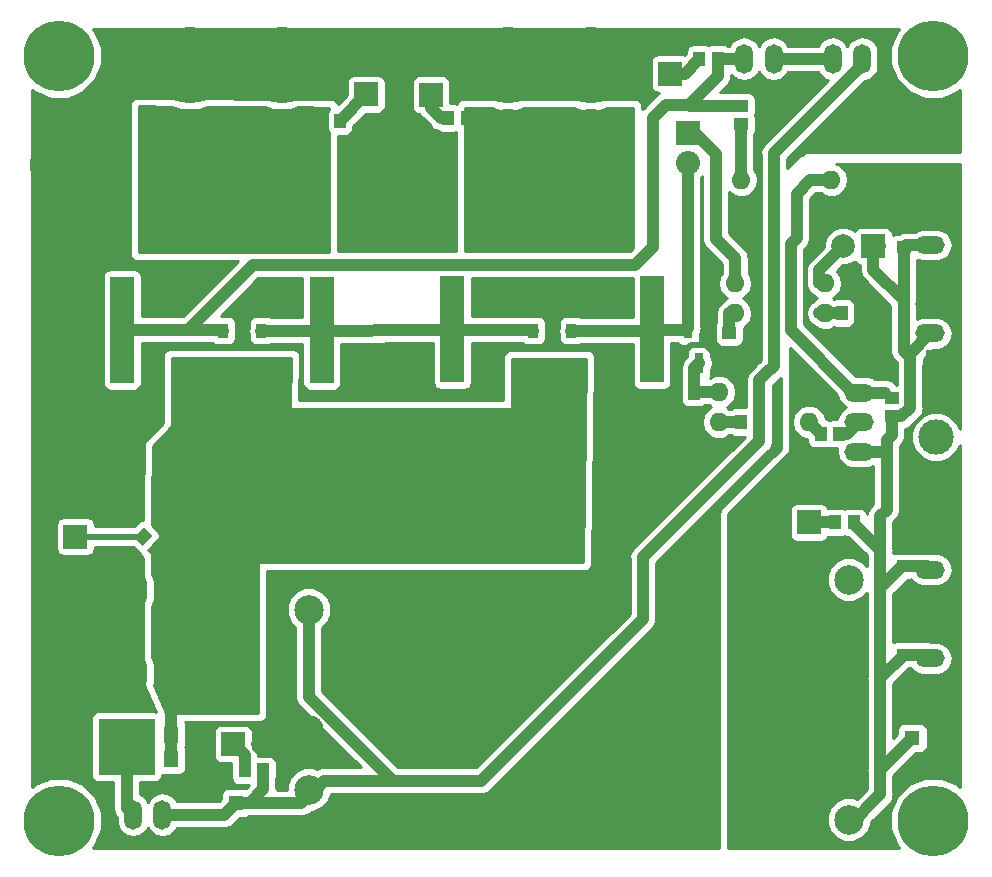
<source format=gbr>
G04 #@! TF.GenerationSoftware,KiCad,Pcbnew,(5.0.2)-1*
G04 #@! TF.CreationDate,2019-03-26T09:23:41+09:00*
G04 #@! TF.ProjectId,Power_exp,506f7765-725f-4657-9870-2e6b69636164,rev?*
G04 #@! TF.SameCoordinates,Original*
G04 #@! TF.FileFunction,Copper,L2,Bot*
G04 #@! TF.FilePolarity,Positive*
%FSLAX46Y46*%
G04 Gerber Fmt 4.6, Leading zero omitted, Abs format (unit mm)*
G04 Created by KiCad (PCBNEW (5.0.2)-1) date 2019/03/26 9:23:41*
%MOMM*%
%LPD*%
G01*
G04 APERTURE LIST*
G04 #@! TA.AperFunction,ComponentPad*
%ADD10O,1.600000X1.600000*%
G04 #@! TD*
G04 #@! TA.AperFunction,ComponentPad*
%ADD11R,1.300000X1.300000*%
G04 #@! TD*
G04 #@! TA.AperFunction,ComponentPad*
%ADD12C,1.300000*%
G04 #@! TD*
G04 #@! TA.AperFunction,SMDPad,CuDef*
%ADD13R,0.800100X1.800860*%
G04 #@! TD*
G04 #@! TA.AperFunction,ComponentPad*
%ADD14R,2.000000X2.000000*%
G04 #@! TD*
G04 #@! TA.AperFunction,ComponentPad*
%ADD15C,2.000000*%
G04 #@! TD*
G04 #@! TA.AperFunction,ComponentPad*
%ADD16C,6.500000*%
G04 #@! TD*
G04 #@! TA.AperFunction,ComponentPad*
%ADD17O,2.032000X2.032000*%
G04 #@! TD*
G04 #@! TA.AperFunction,ComponentPad*
%ADD18R,2.032000X2.032000*%
G04 #@! TD*
G04 #@! TA.AperFunction,SMDPad,CuDef*
%ADD19R,1.270000X1.400000*%
G04 #@! TD*
G04 #@! TA.AperFunction,SMDPad,CuDef*
%ADD20R,4.800000X4.720000*%
G04 #@! TD*
G04 #@! TA.AperFunction,SMDPad,CuDef*
%ADD21R,0.910000X1.220000*%
G04 #@! TD*
G04 #@! TA.AperFunction,ComponentPad*
%ADD22C,2.500000*%
G04 #@! TD*
G04 #@! TA.AperFunction,SMDPad,CuDef*
%ADD23R,1.200000X1.000000*%
G04 #@! TD*
G04 #@! TA.AperFunction,SMDPad,CuDef*
%ADD24R,1.000000X1.200000*%
G04 #@! TD*
G04 #@! TA.AperFunction,SMDPad,CuDef*
%ADD25C,1.000000*%
G04 #@! TD*
G04 #@! TA.AperFunction,Conductor*
%ADD26C,0.100000*%
G04 #@! TD*
G04 #@! TA.AperFunction,ComponentPad*
%ADD27O,1.500000X2.500000*%
G04 #@! TD*
G04 #@! TA.AperFunction,ComponentPad*
%ADD28O,2.500000X1.500000*%
G04 #@! TD*
G04 #@! TA.AperFunction,ComponentPad*
%ADD29C,3.000000*%
G04 #@! TD*
G04 #@! TA.AperFunction,ComponentPad*
%ADD30C,4.500880*%
G04 #@! TD*
G04 #@! TA.AperFunction,ComponentPad*
%ADD31C,6.000000*%
G04 #@! TD*
G04 #@! TA.AperFunction,ComponentPad*
%ADD32R,3.000000X13.000000*%
G04 #@! TD*
G04 #@! TA.AperFunction,ComponentPad*
%ADD33R,2.000000X9.000000*%
G04 #@! TD*
G04 #@! TA.AperFunction,ComponentPad*
%ADD34R,13.000000X3.000000*%
G04 #@! TD*
G04 #@! TA.AperFunction,Conductor*
%ADD35C,1.000000*%
G04 #@! TD*
G04 #@! TA.AperFunction,Conductor*
%ADD36C,0.500000*%
G04 #@! TD*
G04 #@! TA.AperFunction,Conductor*
%ADD37C,0.250000*%
G04 #@! TD*
G04 #@! TA.AperFunction,Conductor*
%ADD38C,0.254000*%
G04 #@! TD*
G04 APERTURE END LIST*
D10*
G04 #@! TO.P,IC3,1*
G04 #@! TO.N,Net-(IC3-Pad1)*
X180250000Y-58500000D03*
G04 #@! TO.P,IC3,2*
G04 #@! TO.N,Net-(IC3-Pad2)*
X180250000Y-61040000D03*
G04 #@! TO.P,IC3,3*
G04 #@! TO.N,Net-(IC3-Pad3)*
X187870000Y-61040000D03*
G04 #@! TO.P,IC3,4*
G04 #@! TO.N,Net-(D10-Pad2)*
X187870000Y-58500000D03*
G04 #@! TD*
D11*
G04 #@! TO.P,C6,1*
G04 #@! TO.N,+12V*
X195250000Y-97000000D03*
D12*
G04 #@! TO.P,C6,2*
G04 #@! TO.N,GND*
X197750000Y-97000000D03*
G04 #@! TD*
D10*
G04 #@! TO.P,IC2,1*
G04 #@! TO.N,Net-(IC2-Pad1)*
X180750000Y-49750000D03*
G04 #@! TO.P,IC2,2*
G04 #@! TO.N,GNDPWR*
X180750000Y-52290000D03*
G04 #@! TO.P,IC2,3*
G04 #@! TO.N,GND*
X188370000Y-52290000D03*
G04 #@! TO.P,IC2,4*
G04 #@! TO.N,/Relay_state*
X188370000Y-49750000D03*
G04 #@! TD*
D13*
G04 #@! TO.P,Q1,3*
G04 #@! TO.N,/Coil_Out*
X176250000Y-62248860D03*
G04 #@! TO.P,Q1,2*
G04 #@! TO.N,GNDPWR*
X175300000Y-65251140D03*
G04 #@! TO.P,Q1,1*
G04 #@! TO.N,Net-(IC1-Pad3)*
X177200000Y-65251140D03*
G04 #@! TD*
D14*
G04 #@! TO.P,D6,1*
G04 #@! TO.N,Net-(D6-Pad1)*
X149000000Y-42500000D03*
D15*
G04 #@! TO.P,D6,2*
G04 #@! TO.N,GNDPWR*
X149000000Y-39960000D03*
G04 #@! TD*
D16*
G04 #@! TO.P,P10,1*
G04 #@! TO.N,GNDPWR*
X141840000Y-40030000D03*
G04 #@! TO.P,P10,2*
G04 #@! TO.N,/Power_Out*
X141840000Y-47030000D03*
G04 #@! TD*
D15*
G04 #@! TO.P,D2,2*
G04 #@! TO.N,GNDPWR*
X121850000Y-79950000D03*
D14*
G04 #@! TO.P,D2,1*
G04 #@! TO.N,Net-(D2-Pad1)*
X124390000Y-79950000D03*
G04 #@! TD*
G04 #@! TO.P,D3,1*
G04 #@! TO.N,Net-(D3-Pad1)*
X137750000Y-97500000D03*
D15*
G04 #@! TO.P,D3,2*
G04 #@! TO.N,GNDPWR*
X140290000Y-97500000D03*
G04 #@! TD*
D14*
G04 #@! TO.P,D4,1*
G04 #@! TO.N,Net-(D4-Pad1)*
X186500000Y-78750000D03*
D15*
G04 #@! TO.P,D4,2*
G04 #@! TO.N,GND*
X183960000Y-78750000D03*
G04 #@! TD*
G04 #@! TO.P,D5,2*
G04 #@! TO.N,GNDPWR*
X174750000Y-38210000D03*
D14*
G04 #@! TO.P,D5,1*
G04 #@! TO.N,Net-(D5-Pad1)*
X174750000Y-40750000D03*
G04 #@! TD*
G04 #@! TO.P,D7,1*
G04 #@! TO.N,Net-(D7-Pad1)*
X154500000Y-42540000D03*
D15*
G04 #@! TO.P,D7,2*
G04 #@! TO.N,GNDPWR*
X154500000Y-40000000D03*
G04 #@! TD*
D10*
G04 #@! TO.P,IC1,1*
G04 #@! TO.N,Net-(IC1-Pad1)*
X186500000Y-70250000D03*
G04 #@! TO.P,IC1,2*
G04 #@! TO.N,GND*
X186500000Y-67710000D03*
G04 #@! TO.P,IC1,3*
G04 #@! TO.N,Net-(IC1-Pad3)*
X178880000Y-67710000D03*
G04 #@! TO.P,IC1,4*
G04 #@! TO.N,Net-(IC1-Pad4)*
X178880000Y-70250000D03*
G04 #@! TD*
D16*
G04 #@! TO.P,P6,2*
G04 #@! TO.N,+BATT*
X134250000Y-91500000D03*
G04 #@! TO.P,P6,1*
G04 #@! TO.N,GNDPWR*
X127250000Y-91500000D03*
G04 #@! TD*
D17*
G04 #@! TO.P,JP1,2*
G04 #@! TO.N,/Coil_Out*
X176250000Y-48290000D03*
D18*
G04 #@! TO.P,JP1,1*
G04 #@! TO.N,Net-(IC3-Pad1)*
X176250000Y-45750000D03*
G04 #@! TD*
D16*
G04 #@! TO.P,P11,1*
G04 #@! TO.N,GNDPWR*
X161000000Y-40000000D03*
G04 #@! TO.P,P11,2*
G04 #@! TO.N,/Fun_Out*
X161000000Y-47000000D03*
G04 #@! TD*
D19*
G04 #@! TO.P,D1,1*
G04 #@! TO.N,+BATT*
X132515000Y-98790000D03*
D20*
G04 #@! TO.P,D1,3*
G04 #@! TO.N,Net-(D1-Pad3)*
X128710000Y-97750000D03*
D19*
G04 #@! TO.P,D1,2*
G04 #@! TO.N,+BATT*
X132515000Y-96710000D03*
G04 #@! TD*
D21*
G04 #@! TO.P,D8,1*
G04 #@! TO.N,Net-(D8-Pad1)*
X140135000Y-62500000D03*
G04 #@! TO.P,D8,2*
G04 #@! TO.N,/Coil*
X136865000Y-62500000D03*
G04 #@! TD*
G04 #@! TO.P,D9,2*
G04 #@! TO.N,Net-(D8-Pad1)*
X163115000Y-62500000D03*
G04 #@! TO.P,D9,1*
G04 #@! TO.N,/Coil_Out*
X166385000Y-62500000D03*
G04 #@! TD*
D16*
G04 #@! TO.P,P12,1*
G04 #@! TO.N,GNDPWR*
X127250000Y-84500000D03*
G04 #@! TO.P,P12,2*
G04 #@! TO.N,+BATT*
X134250000Y-84500000D03*
G04 #@! TD*
G04 #@! TO.P,P13,1*
G04 #@! TO.N,GNDPWR*
X134090000Y-40030000D03*
G04 #@! TO.P,P13,2*
G04 #@! TO.N,/Power_Out*
X134090000Y-47030000D03*
G04 #@! TD*
G04 #@! TO.P,P14,2*
G04 #@! TO.N,/Fun_Out*
X168000000Y-47000000D03*
G04 #@! TO.P,P14,1*
G04 #@! TO.N,GNDPWR*
X168000000Y-40000000D03*
G04 #@! TD*
D22*
G04 #@! TO.P,U1,1*
G04 #@! TO.N,/24v*
X144140000Y-101370000D03*
G04 #@! TO.P,U1,2*
G04 #@! TO.N,GNDPWR*
X144140000Y-96290000D03*
G04 #@! TO.P,U1,3*
G04 #@! TO.N,/24v*
X144140000Y-86130000D03*
G04 #@! TO.P,U1,6*
G04 #@! TO.N,+12V*
X189860000Y-103910000D03*
G04 #@! TO.P,U1,5*
G04 #@! TO.N,GND*
X189860000Y-93750000D03*
G04 #@! TO.P,U1,4*
G04 #@! TO.N,Net-(U1-Pad4)*
X189860000Y-83590000D03*
G04 #@! TD*
D23*
G04 #@! TO.P,C1,2*
G04 #@! TO.N,GND*
X194500000Y-88070000D03*
G04 #@! TO.P,C1,1*
G04 #@! TO.N,+12V*
X194500000Y-89950000D03*
G04 #@! TD*
G04 #@! TO.P,C2,1*
G04 #@! TO.N,+12V*
X194500000Y-82450000D03*
G04 #@! TO.P,C2,2*
G04 #@! TO.N,GND*
X194500000Y-80570000D03*
G04 #@! TD*
D24*
G04 #@! TO.P,R1,1*
G04 #@! TO.N,/24v*
X182280000Y-70250000D03*
G04 #@! TO.P,R1,2*
G04 #@! TO.N,Net-(IC1-Pad4)*
X180720000Y-70250000D03*
G04 #@! TD*
D23*
G04 #@! TO.P,R2,1*
G04 #@! TO.N,Net-(IC2-Pad1)*
X180750000Y-45030000D03*
G04 #@! TO.P,R2,2*
G04 #@! TO.N,/Coil*
X180750000Y-43470000D03*
G04 #@! TD*
D24*
G04 #@! TO.P,R3,2*
G04 #@! TO.N,GNDPWR*
X175220000Y-67750000D03*
G04 #@! TO.P,R3,1*
G04 #@! TO.N,Net-(IC1-Pad3)*
X176780000Y-67750000D03*
G04 #@! TD*
G04 #@! TO.P,R4,2*
G04 #@! TO.N,Net-(IC1-Pad1)*
X187470000Y-71250000D03*
G04 #@! TO.P,R4,1*
G04 #@! TO.N,/Forced_shutdown*
X189030000Y-71250000D03*
G04 #@! TD*
G04 #@! TO.P,R5,1*
G04 #@! TO.N,/Relay_state*
X185470000Y-52500000D03*
G04 #@! TO.P,R5,2*
G04 #@! TO.N,GND*
X187030000Y-52500000D03*
G04 #@! TD*
D23*
G04 #@! TO.P,R6,2*
G04 #@! TO.N,/Relay_state*
X193500000Y-68220000D03*
G04 #@! TO.P,R6,1*
G04 #@! TO.N,+12V*
X193500000Y-69780000D03*
G04 #@! TD*
D25*
G04 #@! TO.P,R7,2*
G04 #@! TO.N,Net-(D2-Pad1)*
X130098457Y-79948457D03*
D26*
G04 #@! TD*
G04 #@! TO.N,Net-(D2-Pad1)*
G04 #@! TO.C,R7*
G36*
X130876274Y-79877746D02*
X130027746Y-80726274D01*
X129320640Y-80019168D01*
X130169168Y-79170640D01*
X130876274Y-79877746D01*
X130876274Y-79877746D01*
G37*
D25*
G04 #@! TO.P,R7,1*
G04 #@! TO.N,+BATT*
X131201543Y-81051543D03*
D26*
G04 #@! TD*
G04 #@! TO.N,+BATT*
G04 #@! TO.C,R7*
G36*
X131979360Y-80980832D02*
X131130832Y-81829360D01*
X130423726Y-81122254D01*
X131272254Y-80273726D01*
X131979360Y-80980832D01*
X131979360Y-80980832D01*
G37*
D24*
G04 #@! TO.P,R8,1*
G04 #@! TO.N,/24v*
X140280000Y-99750000D03*
G04 #@! TO.P,R8,2*
G04 #@! TO.N,Net-(D3-Pad1)*
X138720000Y-99750000D03*
G04 #@! TD*
G04 #@! TO.P,R9,2*
G04 #@! TO.N,Net-(D4-Pad1)*
X188720000Y-78750000D03*
G04 #@! TO.P,R9,1*
G04 #@! TO.N,+12V*
X190280000Y-78750000D03*
G04 #@! TD*
G04 #@! TO.P,R10,1*
G04 #@! TO.N,/Coil*
X178780000Y-39500000D03*
G04 #@! TO.P,R10,2*
G04 #@! TO.N,Net-(D5-Pad1)*
X177220000Y-39500000D03*
G04 #@! TD*
G04 #@! TO.P,R11,1*
G04 #@! TO.N,/Power_Out*
X145220000Y-44750000D03*
G04 #@! TO.P,R11,2*
G04 #@! TO.N,Net-(D6-Pad1)*
X146780000Y-44750000D03*
G04 #@! TD*
G04 #@! TO.P,R12,2*
G04 #@! TO.N,Net-(D7-Pad1)*
X155970000Y-44500000D03*
G04 #@! TO.P,R12,1*
G04 #@! TO.N,/Fun_Out*
X157530000Y-44500000D03*
G04 #@! TD*
D12*
G04 #@! TO.P,C3,2*
G04 #@! TO.N,GNDPWR*
X138000000Y-105000000D03*
D11*
G04 #@! TO.P,C3,1*
G04 #@! TO.N,/24v*
X138000000Y-102500000D03*
G04 #@! TD*
D24*
G04 #@! TO.P,C4,1*
G04 #@! TO.N,GND*
X194950000Y-72750000D03*
G04 #@! TO.P,C4,2*
G04 #@! TO.N,+12V*
X193070000Y-72750000D03*
G04 #@! TD*
D27*
G04 #@! TO.P,P1,1*
G04 #@! TO.N,Net-(P1-Pad1)*
X188500000Y-39500000D03*
G04 #@! TO.P,P1,2*
G04 #@! TO.N,/24v*
X191000000Y-39500000D03*
G04 #@! TD*
G04 #@! TO.P,P2,2*
G04 #@! TO.N,Net-(P1-Pad1)*
X183500000Y-39500000D03*
G04 #@! TO.P,P2,1*
G04 #@! TO.N,/Coil*
X181000000Y-39500000D03*
G04 #@! TD*
G04 #@! TO.P,P3,2*
G04 #@! TO.N,/24v*
X131750000Y-103500000D03*
G04 #@! TO.P,P3,1*
G04 #@! TO.N,Net-(D1-Pad3)*
X129250000Y-103500000D03*
G04 #@! TD*
D28*
G04 #@! TO.P,P4,2*
G04 #@! TO.N,+12V*
X196750000Y-82750000D03*
G04 #@! TO.P,P4,1*
G04 #@! TO.N,GND*
X196750000Y-80250000D03*
G04 #@! TD*
G04 #@! TO.P,P5,1*
G04 #@! TO.N,GND*
X196750000Y-87750000D03*
G04 #@! TO.P,P5,2*
G04 #@! TO.N,+12V*
X196750000Y-90250000D03*
G04 #@! TD*
G04 #@! TO.P,P8,1*
G04 #@! TO.N,GND*
X190750000Y-75250000D03*
G04 #@! TO.P,P8,2*
G04 #@! TO.N,+12V*
X190750000Y-72750000D03*
G04 #@! TO.P,P8,3*
G04 #@! TO.N,/Forced_shutdown*
X190750000Y-70250000D03*
G04 #@! TO.P,P8,4*
G04 #@! TO.N,/Relay_state*
X190750000Y-67750000D03*
D29*
G04 #@! TO.P,P8,*
G04 #@! TO.N,*
X197250000Y-71500000D03*
G04 #@! TD*
D24*
G04 #@! TO.P,C5,2*
G04 #@! TO.N,GND*
X196930000Y-64750000D03*
G04 #@! TO.P,C5,1*
G04 #@! TO.N,+12V*
X195050000Y-64750000D03*
G04 #@! TD*
D23*
G04 #@! TO.P,C7,1*
G04 #@! TO.N,+12V*
X194500000Y-55450000D03*
G04 #@! TO.P,C7,2*
G04 #@! TO.N,GND*
X194500000Y-53570000D03*
G04 #@! TD*
D30*
G04 #@! TO.P,P7,1*
G04 #@! TO.N,GNDPWR*
X122750000Y-48500000D03*
G04 #@! TD*
D28*
G04 #@! TO.P,P9,2*
G04 #@! TO.N,+12V*
X196750000Y-62750000D03*
G04 #@! TO.P,P9,1*
G04 #@! TO.N,GND*
X196750000Y-60250000D03*
G04 #@! TD*
G04 #@! TO.P,P15,1*
G04 #@! TO.N,GND*
X196750000Y-52750000D03*
G04 #@! TO.P,P15,2*
G04 #@! TO.N,+12V*
X196750000Y-55250000D03*
G04 #@! TD*
D31*
G04 #@! TO.P,REF\002A\002A,*
G04 #@! TO.N,*
X123000000Y-104000000D03*
G04 #@! TD*
G04 #@! TO.P,REF\002A\002A,*
G04 #@! TO.N,*
X197000000Y-104000000D03*
G04 #@! TD*
G04 #@! TO.P,REF\002A\002A,*
G04 #@! TO.N,*
X197000000Y-39250000D03*
G04 #@! TD*
G04 #@! TO.P,REF\002A\002A,*
G04 #@! TO.N,*
X123000000Y-39250000D03*
G04 #@! TD*
D14*
G04 #@! TO.P,D10,1*
G04 #@! TO.N,+12V*
X191940000Y-55360000D03*
D15*
G04 #@! TO.P,D10,2*
G04 #@! TO.N,Net-(D10-Pad2)*
X189400000Y-55360000D03*
G04 #@! TD*
D24*
G04 #@! TO.P,R13,2*
G04 #@! TO.N,GND*
X190830000Y-61020000D03*
G04 #@! TO.P,R13,1*
G04 #@! TO.N,Net-(IC3-Pad3)*
X189270000Y-61020000D03*
G04 #@! TD*
D23*
G04 #@! TO.P,R14,1*
G04 #@! TO.N,Net-(IC3-Pad2)*
X179750000Y-62720000D03*
G04 #@! TO.P,R14,2*
G04 #@! TO.N,GNDPWR*
X179750000Y-64280000D03*
G04 #@! TD*
D32*
G04 #@! TO.P,U2,30*
G04 #@! TO.N,+BATT*
X136800000Y-71800000D03*
D33*
G04 #@! TO.P,U2,86*
G04 #@! TO.N,/Coil*
X128350000Y-62450000D03*
G04 #@! TO.P,U2,85*
G04 #@! TO.N,Net-(D8-Pad1)*
X145250000Y-62450000D03*
D34*
G04 #@! TO.P,U2,87*
G04 #@! TO.N,/Power_Out*
X136800000Y-54050000D03*
G04 #@! TD*
G04 #@! TO.P,U3,87*
G04 #@! TO.N,/Fun_Out*
X164750000Y-54000000D03*
D33*
G04 #@! TO.P,U3,85*
G04 #@! TO.N,/Coil_Out*
X173200000Y-62400000D03*
G04 #@! TO.P,U3,86*
G04 #@! TO.N,Net-(D8-Pad1)*
X156300000Y-62400000D03*
D32*
G04 #@! TO.P,U3,30*
G04 #@! TO.N,+BATT*
X164750000Y-71750000D03*
G04 #@! TD*
D35*
G04 #@! TO.N,+12V*
X196450000Y-82450000D02*
X196750000Y-82750000D01*
X194500000Y-82450000D02*
X196450000Y-82450000D01*
X196450000Y-89950000D02*
X196750000Y-90250000D01*
X194500000Y-89950000D02*
X196450000Y-89950000D01*
X192510000Y-101760000D02*
X189860000Y-104410000D01*
X195250000Y-97000000D02*
X192510000Y-99740000D01*
X192510000Y-99740000D02*
X192510000Y-101760000D01*
X192510000Y-99740000D02*
X192510000Y-91940000D01*
X192510000Y-91940000D02*
X194500000Y-89950000D01*
X192510000Y-91940000D02*
X192510000Y-84240000D01*
X194400000Y-82450000D02*
X194500000Y-82450000D01*
X192610000Y-84240000D02*
X194400000Y-82450000D01*
X192510000Y-84240000D02*
X192610000Y-84240000D01*
X192510000Y-83830000D02*
X192500000Y-83820000D01*
X192510000Y-84240000D02*
X192510000Y-83830000D01*
X192500000Y-83820000D02*
X192500000Y-81340000D01*
X190280000Y-78850000D02*
X190280000Y-78750000D01*
X192500000Y-81070000D02*
X190280000Y-78850000D01*
X192500000Y-81340000D02*
X192500000Y-81070000D01*
X192500000Y-81340000D02*
X192500000Y-78240000D01*
X193070000Y-77670000D02*
X192500000Y-78240000D01*
X193070000Y-72750000D02*
X193070000Y-77670000D01*
X193070000Y-72750000D02*
X190750000Y-72750000D01*
X193070000Y-72750000D02*
X193070000Y-71800000D01*
X193500000Y-71370000D02*
X193500000Y-69780000D01*
X193070000Y-71800000D02*
X193500000Y-71370000D01*
X195050000Y-66350000D02*
X195050000Y-64750000D01*
X195050000Y-69030002D02*
X195050000Y-66350000D01*
X194300002Y-69780000D02*
X195050000Y-69030002D01*
X193500000Y-69780000D02*
X194300002Y-69780000D01*
X191940000Y-55360000D02*
X192480000Y-55360000D01*
X195050000Y-64450000D02*
X196750000Y-62750000D01*
X195050000Y-64750000D02*
X195050000Y-64450000D01*
X195050000Y-64750000D02*
X194500000Y-64200000D01*
X194500000Y-59920000D02*
X194500000Y-63250000D01*
X191940000Y-57360000D02*
X194500000Y-59920000D01*
X191940000Y-55360000D02*
X191940000Y-57360000D01*
X194500000Y-64200000D02*
X194500000Y-63250000D01*
X194500000Y-63250000D02*
X194500000Y-55450000D01*
X194700000Y-55250000D02*
X194500000Y-55450000D01*
X196750000Y-55250000D02*
X194700000Y-55250000D01*
G04 #@! TO.N,+BATT*
X132515000Y-96710000D02*
X132515000Y-98790000D01*
X132515000Y-93235000D02*
X134250000Y-91500000D01*
X132515000Y-96710000D02*
X132515000Y-93235000D01*
D36*
G04 #@! TO.N,GNDPWR*
X175300000Y-65251140D02*
X175300000Y-64940000D01*
X175300000Y-64940000D02*
X176530000Y-63710000D01*
D37*
X178100000Y-63710000D02*
X178370000Y-63710000D01*
D36*
X177300000Y-63710000D02*
X177760000Y-63710000D01*
X177300000Y-63710000D02*
X178100000Y-63710000D01*
X176530000Y-63710000D02*
X177300000Y-63710000D01*
X178330000Y-64280000D02*
X179750000Y-64280000D01*
X177760000Y-63710000D02*
X178330000Y-64280000D01*
G04 #@! TO.N,Net-(D2-Pad1)*
X130096914Y-79950000D02*
X130098457Y-79948457D01*
X124390000Y-79950000D02*
X130096914Y-79950000D01*
D35*
G04 #@! TO.N,Net-(D3-Pad1)*
X138720000Y-98470000D02*
X137750000Y-97500000D01*
X138720000Y-99750000D02*
X138720000Y-98470000D01*
G04 #@! TO.N,Net-(D4-Pad1)*
X188720000Y-78750000D02*
X186500000Y-78750000D01*
G04 #@! TO.N,Net-(D5-Pad1)*
X175970000Y-40750000D02*
X177220000Y-39500000D01*
X174750000Y-40750000D02*
X175970000Y-40750000D01*
G04 #@! TO.N,Net-(D6-Pad1)*
X146780000Y-44720000D02*
X149000000Y-42500000D01*
X146780000Y-44750000D02*
X146780000Y-44720000D01*
G04 #@! TO.N,Net-(D7-Pad1)*
X155970000Y-44500000D02*
X155330000Y-44500000D01*
X154500000Y-43670000D02*
X154500000Y-42540000D01*
X155330000Y-44500000D02*
X154500000Y-43670000D01*
G04 #@! TO.N,Net-(IC1-Pad4)*
X178880000Y-70250000D02*
X180720000Y-70250000D01*
G04 #@! TO.N,Net-(IC1-Pad3)*
X176820000Y-67710000D02*
X176780000Y-67750000D01*
X178880000Y-67710000D02*
X176820000Y-67710000D01*
X176780000Y-65671140D02*
X177200000Y-65251140D01*
X176780000Y-67750000D02*
X176780000Y-65671140D01*
G04 #@! TO.N,Net-(IC1-Pad1)*
X186720000Y-70470000D02*
X186500000Y-70250000D01*
X187470000Y-71220000D02*
X186500000Y-70250000D01*
X187470000Y-71250000D02*
X187470000Y-71220000D01*
G04 #@! TO.N,Net-(IC2-Pad1)*
X180750000Y-45030000D02*
X180750000Y-49750000D01*
G04 #@! TO.N,/Relay_state*
X190750000Y-67750000D02*
X192970000Y-67750000D01*
X187238630Y-49750000D02*
X188370000Y-49750000D01*
X186620000Y-49750000D02*
X187238630Y-49750000D01*
X185470000Y-50900000D02*
X186620000Y-49750000D01*
X185470000Y-52500000D02*
X185470000Y-50900000D01*
X190250000Y-67750000D02*
X190750000Y-67750000D01*
X184950000Y-62450000D02*
X190250000Y-67750000D01*
X184950000Y-55200000D02*
X184950000Y-62450000D01*
X185470000Y-54680000D02*
X184950000Y-55200000D01*
X185470000Y-52500000D02*
X185470000Y-54680000D01*
G04 #@! TO.N,/24v*
X137000000Y-103500000D02*
X138000000Y-102500000D01*
X131750000Y-103500000D02*
X137000000Y-103500000D01*
X143510000Y-102500000D02*
X144140000Y-101870000D01*
X139130000Y-102500000D02*
X139120000Y-102500000D01*
X140280000Y-101350000D02*
X139130000Y-102500000D01*
X140280000Y-99750000D02*
X140280000Y-101350000D01*
X138000000Y-102500000D02*
X139120000Y-102500000D01*
X139120000Y-102500000D02*
X143510000Y-102500000D01*
X182280000Y-71850000D02*
X182280000Y-70250000D01*
X172430000Y-81700000D02*
X182280000Y-71850000D01*
X172430000Y-86950000D02*
X172430000Y-81700000D01*
X158759999Y-100620001D02*
X172430000Y-86950000D01*
X144140000Y-101870000D02*
X145389999Y-100620001D01*
X191000000Y-40000000D02*
X191000000Y-39500000D01*
X182280000Y-70250000D02*
X182280000Y-66700000D01*
X182280000Y-66700000D02*
X182850000Y-66130000D01*
X182850000Y-66130000D02*
X182880000Y-66130000D01*
X182880000Y-66130000D02*
X183520000Y-65490000D01*
X183520000Y-65490000D02*
X183520000Y-47480000D01*
X183520000Y-47480000D02*
X191000000Y-40000000D01*
X145389999Y-100620001D02*
X145449999Y-100620001D01*
X144140000Y-93510001D02*
X151250000Y-100620001D01*
X144140000Y-86130000D02*
X144140000Y-93510001D01*
X145389999Y-100620001D02*
X151250000Y-100620001D01*
X151250000Y-100620001D02*
X158759999Y-100620001D01*
G04 #@! TO.N,Net-(P1-Pad1)*
X188500000Y-39500000D02*
X183500000Y-39500000D01*
G04 #@! TO.N,/Coil*
X136780001Y-62415001D02*
X136865000Y-62500000D01*
X128185001Y-62415001D02*
X131920000Y-62415001D01*
X133920000Y-62415001D02*
X136780001Y-62415001D01*
X181000000Y-39500000D02*
X178780000Y-39500000D01*
X131920000Y-62415001D02*
X133920000Y-62415001D01*
X139405001Y-56930000D02*
X133920000Y-62415001D01*
X178780000Y-39500000D02*
X178780000Y-40970000D01*
X178780000Y-40970000D02*
X176350000Y-43400000D01*
X171780000Y-56930000D02*
X139405001Y-56930000D01*
X176350000Y-43400000D02*
X174350000Y-43400000D01*
X174350000Y-43400000D02*
X173250000Y-44500000D01*
X173250000Y-44500000D02*
X173250000Y-55460000D01*
X173250000Y-55460000D02*
X171780000Y-56930000D01*
X176420000Y-43470000D02*
X180750000Y-43470000D01*
X176350000Y-43400000D02*
X176420000Y-43470000D01*
G04 #@! TO.N,/Forced_shutdown*
X190750000Y-70250000D02*
X190530000Y-70250000D01*
X189750000Y-71250000D02*
X190750000Y-70250000D01*
X189030000Y-71250000D02*
X189750000Y-71250000D01*
G04 #@! TO.N,/Coil_Out*
X173050002Y-62500000D02*
X173135001Y-62415001D01*
X166385000Y-62500000D02*
X173050002Y-62500000D01*
X176083859Y-62415001D02*
X176250000Y-62248860D01*
X173135001Y-62415001D02*
X176083859Y-62415001D01*
X176250000Y-62248860D02*
X176250000Y-48290000D01*
G04 #@! TO.N,Net-(D1-Pad3)*
X128710000Y-102960000D02*
X129250000Y-103500000D01*
X128710000Y-97750000D02*
X128710000Y-102960000D01*
G04 #@! TO.N,Net-(D8-Pad1)*
X145000002Y-62500000D02*
X145085001Y-62415001D01*
X163030001Y-62415001D02*
X163115000Y-62500000D01*
X156235001Y-62415001D02*
X163030001Y-62415001D01*
X154235001Y-62415001D02*
X155974990Y-62415001D01*
X140135000Y-62500000D02*
X144824990Y-62500000D01*
X154235001Y-62415001D02*
X144824990Y-62500000D01*
X144824990Y-62500000D02*
X145085001Y-62415001D01*
G04 #@! TO.N,Net-(IC3-Pad1)*
X180250000Y-58500000D02*
X180250000Y-56400000D01*
X180250000Y-56400000D02*
X178590000Y-54740000D01*
X176250000Y-45750000D02*
X176810000Y-45750000D01*
X178590000Y-47530000D02*
X178590000Y-48410000D01*
X176810000Y-45750000D02*
X178590000Y-47530000D01*
X178590000Y-54740000D02*
X178590000Y-48410000D01*
G04 #@! TO.N,Net-(IC3-Pad2)*
X179750000Y-61040000D02*
X179750000Y-62720000D01*
G04 #@! TO.N,Net-(IC3-Pad3)*
X187390000Y-61020000D02*
X187370000Y-61040000D01*
X189270000Y-61020000D02*
X187390000Y-61020000D01*
G04 #@! TO.N,Net-(D10-Pad2)*
X187370000Y-57390000D02*
X189400000Y-55360000D01*
X187370000Y-58500000D02*
X187370000Y-57390000D01*
G04 #@! TD*
D38*
G04 #@! TO.N,+BATT*
G36*
X142573034Y-68997047D02*
X142581569Y-69045860D01*
X142608134Y-69087690D01*
X142648684Y-69116171D01*
X142700000Y-69127000D01*
X161200000Y-69127000D01*
X161248601Y-69117333D01*
X161289803Y-69089803D01*
X161317333Y-69048601D01*
X161326991Y-69001494D01*
X161359361Y-66250000D01*
X163209248Y-66250000D01*
X163223000Y-66319136D01*
X163223001Y-77205859D01*
X163209248Y-77275000D01*
X163263731Y-77548906D01*
X163418887Y-77781113D01*
X163651094Y-77936269D01*
X163855864Y-77977000D01*
X163925000Y-77990752D01*
X163994136Y-77977000D01*
X165380864Y-77977000D01*
X165450000Y-77990752D01*
X165519136Y-77977000D01*
X165723906Y-77936269D01*
X165956113Y-77781113D01*
X166111269Y-77548906D01*
X166165752Y-77275000D01*
X166152000Y-77205864D01*
X166152000Y-66319136D01*
X166165752Y-66250000D01*
X166111269Y-65976094D01*
X165956113Y-65743887D01*
X165723906Y-65588731D01*
X165519136Y-65548000D01*
X165450000Y-65534248D01*
X165380864Y-65548000D01*
X163994136Y-65548000D01*
X163925000Y-65534248D01*
X163855864Y-65548000D01*
X163651094Y-65588731D01*
X163418887Y-65743887D01*
X163263731Y-65976094D01*
X163209248Y-66250000D01*
X161359361Y-66250000D01*
X161375514Y-64877000D01*
X167621173Y-64877000D01*
X167374801Y-82123000D01*
X140000000Y-82123000D01*
X139951399Y-82132667D01*
X139910197Y-82160197D01*
X139882667Y-82201399D01*
X139873000Y-82250000D01*
X139873000Y-94873000D01*
X132081777Y-94873000D01*
X131018356Y-92533473D01*
X131127000Y-92271183D01*
X131127000Y-90728817D01*
X130877000Y-90125263D01*
X130877000Y-85874737D01*
X131127000Y-85271183D01*
X131127000Y-83728817D01*
X130877000Y-83125263D01*
X130877000Y-80781102D01*
X131328315Y-80329787D01*
X131466894Y-80122389D01*
X131515557Y-79877746D01*
X131466894Y-79633103D01*
X131328315Y-79425705D01*
X130877000Y-78974390D01*
X130877000Y-77250651D01*
X130926480Y-72253126D01*
X132489803Y-70689803D01*
X132517333Y-70648601D01*
X132527000Y-70600000D01*
X132527000Y-66250000D01*
X135159248Y-66250000D01*
X135173000Y-66319136D01*
X135173001Y-77205859D01*
X135159248Y-77275000D01*
X135213731Y-77548906D01*
X135368887Y-77781113D01*
X135601094Y-77936269D01*
X135805864Y-77977000D01*
X135875000Y-77990752D01*
X135944136Y-77977000D01*
X137330864Y-77977000D01*
X137400000Y-77990752D01*
X137469136Y-77977000D01*
X137673906Y-77936269D01*
X137906113Y-77781113D01*
X138061269Y-77548906D01*
X138115752Y-77275000D01*
X138102000Y-77205864D01*
X138102000Y-66319136D01*
X138115752Y-66250000D01*
X138061269Y-65976094D01*
X137906113Y-65743887D01*
X137673906Y-65588731D01*
X137469136Y-65548000D01*
X137400000Y-65534248D01*
X137330864Y-65548000D01*
X135944136Y-65548000D01*
X135875000Y-65534248D01*
X135805864Y-65548000D01*
X135601094Y-65588731D01*
X135368887Y-65743887D01*
X135213731Y-65976094D01*
X135159248Y-66250000D01*
X132527000Y-66250000D01*
X132527000Y-64827000D01*
X142670012Y-64827000D01*
X142573034Y-68997047D01*
X142573034Y-68997047D01*
G37*
X142573034Y-68997047D02*
X142581569Y-69045860D01*
X142608134Y-69087690D01*
X142648684Y-69116171D01*
X142700000Y-69127000D01*
X161200000Y-69127000D01*
X161248601Y-69117333D01*
X161289803Y-69089803D01*
X161317333Y-69048601D01*
X161326991Y-69001494D01*
X161359361Y-66250000D01*
X163209248Y-66250000D01*
X163223000Y-66319136D01*
X163223001Y-77205859D01*
X163209248Y-77275000D01*
X163263731Y-77548906D01*
X163418887Y-77781113D01*
X163651094Y-77936269D01*
X163855864Y-77977000D01*
X163925000Y-77990752D01*
X163994136Y-77977000D01*
X165380864Y-77977000D01*
X165450000Y-77990752D01*
X165519136Y-77977000D01*
X165723906Y-77936269D01*
X165956113Y-77781113D01*
X166111269Y-77548906D01*
X166165752Y-77275000D01*
X166152000Y-77205864D01*
X166152000Y-66319136D01*
X166165752Y-66250000D01*
X166111269Y-65976094D01*
X165956113Y-65743887D01*
X165723906Y-65588731D01*
X165519136Y-65548000D01*
X165450000Y-65534248D01*
X165380864Y-65548000D01*
X163994136Y-65548000D01*
X163925000Y-65534248D01*
X163855864Y-65548000D01*
X163651094Y-65588731D01*
X163418887Y-65743887D01*
X163263731Y-65976094D01*
X163209248Y-66250000D01*
X161359361Y-66250000D01*
X161375514Y-64877000D01*
X167621173Y-64877000D01*
X167374801Y-82123000D01*
X140000000Y-82123000D01*
X139951399Y-82132667D01*
X139910197Y-82160197D01*
X139882667Y-82201399D01*
X139873000Y-82250000D01*
X139873000Y-94873000D01*
X132081777Y-94873000D01*
X131018356Y-92533473D01*
X131127000Y-92271183D01*
X131127000Y-90728817D01*
X130877000Y-90125263D01*
X130877000Y-85874737D01*
X131127000Y-85271183D01*
X131127000Y-83728817D01*
X130877000Y-83125263D01*
X130877000Y-80781102D01*
X131328315Y-80329787D01*
X131466894Y-80122389D01*
X131515557Y-79877746D01*
X131466894Y-79633103D01*
X131328315Y-79425705D01*
X130877000Y-78974390D01*
X130877000Y-77250651D01*
X130926480Y-72253126D01*
X132489803Y-70689803D01*
X132517333Y-70648601D01*
X132527000Y-70600000D01*
X132527000Y-66250000D01*
X135159248Y-66250000D01*
X135173000Y-66319136D01*
X135173001Y-77205859D01*
X135159248Y-77275000D01*
X135213731Y-77548906D01*
X135368887Y-77781113D01*
X135601094Y-77936269D01*
X135805864Y-77977000D01*
X135875000Y-77990752D01*
X135944136Y-77977000D01*
X137330864Y-77977000D01*
X137400000Y-77990752D01*
X137469136Y-77977000D01*
X137673906Y-77936269D01*
X137906113Y-77781113D01*
X138061269Y-77548906D01*
X138115752Y-77275000D01*
X138102000Y-77205864D01*
X138102000Y-66319136D01*
X138115752Y-66250000D01*
X138061269Y-65976094D01*
X137906113Y-65743887D01*
X137673906Y-65588731D01*
X137469136Y-65548000D01*
X137400000Y-65534248D01*
X137330864Y-65548000D01*
X135944136Y-65548000D01*
X135875000Y-65534248D01*
X135805864Y-65548000D01*
X135601094Y-65588731D01*
X135368887Y-65743887D01*
X135213731Y-65976094D01*
X135159248Y-66250000D01*
X132527000Y-66250000D01*
X132527000Y-64827000D01*
X142670012Y-64827000D01*
X142573034Y-68997047D01*
G36*
X136698000Y-76573000D02*
X136577000Y-76573000D01*
X136577000Y-66952000D01*
X136698001Y-66952000D01*
X136698000Y-76573000D01*
X136698000Y-76573000D01*
G37*
X136698000Y-76573000D02*
X136577000Y-76573000D01*
X136577000Y-66952000D01*
X136698001Y-66952000D01*
X136698000Y-76573000D01*
G36*
X164748000Y-66994135D02*
X164748001Y-66994140D01*
X164748000Y-76573000D01*
X164627000Y-76573000D01*
X164627000Y-66952000D01*
X164748000Y-66952000D01*
X164748000Y-66994135D01*
X164748000Y-66994135D01*
G37*
X164748000Y-66994135D02*
X164748001Y-66994140D01*
X164748000Y-76573000D01*
X164627000Y-76573000D01*
X164627000Y-66952000D01*
X164748000Y-66952000D01*
X164748000Y-66994135D01*
G04 #@! TO.N,/Fun_Out*
G36*
X160228817Y-43877000D02*
X161771183Y-43877000D01*
X162374737Y-43627000D01*
X166625263Y-43627000D01*
X167228817Y-43877000D01*
X168771183Y-43877000D01*
X169374737Y-43627000D01*
X171623000Y-43627000D01*
X171623000Y-55493182D01*
X171313182Y-55803000D01*
X157377000Y-55803000D01*
X157377000Y-53250000D01*
X158459248Y-53250000D01*
X158473001Y-53319141D01*
X158473000Y-54705863D01*
X158459248Y-54775000D01*
X158513731Y-55048906D01*
X158668887Y-55281113D01*
X158901094Y-55436269D01*
X159175000Y-55490752D01*
X159244136Y-55477000D01*
X170130864Y-55477000D01*
X170200000Y-55490752D01*
X170269136Y-55477000D01*
X170354602Y-55460000D01*
X170473906Y-55436269D01*
X170706113Y-55281113D01*
X170861269Y-55048906D01*
X170902000Y-54844136D01*
X170902000Y-54844135D01*
X170915752Y-54775000D01*
X170902000Y-54705864D01*
X170902000Y-53319136D01*
X170915752Y-53250000D01*
X170861269Y-52976094D01*
X170706113Y-52743887D01*
X170473906Y-52588731D01*
X170269136Y-52548000D01*
X159244136Y-52548000D01*
X159175000Y-52534248D01*
X159105864Y-52548000D01*
X158901094Y-52588731D01*
X158668887Y-52743887D01*
X158513731Y-52976094D01*
X158459248Y-53250000D01*
X157377000Y-53250000D01*
X157377000Y-43627000D01*
X159625263Y-43627000D01*
X160228817Y-43877000D01*
X160228817Y-43877000D01*
G37*
X160228817Y-43877000D02*
X161771183Y-43877000D01*
X162374737Y-43627000D01*
X166625263Y-43627000D01*
X167228817Y-43877000D01*
X168771183Y-43877000D01*
X169374737Y-43627000D01*
X171623000Y-43627000D01*
X171623000Y-55493182D01*
X171313182Y-55803000D01*
X157377000Y-55803000D01*
X157377000Y-53250000D01*
X158459248Y-53250000D01*
X158473001Y-53319141D01*
X158473000Y-54705863D01*
X158459248Y-54775000D01*
X158513731Y-55048906D01*
X158668887Y-55281113D01*
X158901094Y-55436269D01*
X159175000Y-55490752D01*
X159244136Y-55477000D01*
X170130864Y-55477000D01*
X170200000Y-55490752D01*
X170269136Y-55477000D01*
X170354602Y-55460000D01*
X170473906Y-55436269D01*
X170706113Y-55281113D01*
X170861269Y-55048906D01*
X170902000Y-54844136D01*
X170902000Y-54844135D01*
X170915752Y-54775000D01*
X170902000Y-54705864D01*
X170902000Y-53319136D01*
X170915752Y-53250000D01*
X170861269Y-52976094D01*
X170706113Y-52743887D01*
X170473906Y-52588731D01*
X170269136Y-52548000D01*
X159244136Y-52548000D01*
X159175000Y-52534248D01*
X159105864Y-52548000D01*
X158901094Y-52588731D01*
X158668887Y-52743887D01*
X158513731Y-52976094D01*
X158459248Y-53250000D01*
X157377000Y-53250000D01*
X157377000Y-43627000D01*
X159625263Y-43627000D01*
X160228817Y-43877000D01*
G36*
X169498001Y-54073000D02*
X159877000Y-54073000D01*
X159877000Y-53952000D01*
X169498000Y-53952000D01*
X169498001Y-54073000D01*
X169498001Y-54073000D01*
G37*
X169498001Y-54073000D02*
X159877000Y-54073000D01*
X159877000Y-53952000D01*
X169498000Y-53952000D01*
X169498001Y-54073000D01*
G04 #@! TO.N,/Power_Out*
G36*
X132575886Y-43545148D02*
X133328762Y-43857000D01*
X134851238Y-43857000D01*
X135560183Y-43563345D01*
X140441676Y-43593110D01*
X141078762Y-43857000D01*
X142601238Y-43857000D01*
X143197752Y-43609916D01*
X145873000Y-43626228D01*
X145873000Y-43727996D01*
X145864006Y-43734006D01*
X145736478Y-43924866D01*
X145691696Y-44150000D01*
X145691696Y-44670762D01*
X145681902Y-44720000D01*
X145691696Y-44769238D01*
X145691696Y-45350000D01*
X145736478Y-45575134D01*
X145864006Y-45765994D01*
X145873000Y-45772004D01*
X145873000Y-55853000D01*
X139511067Y-55853000D01*
X139405001Y-55831902D01*
X139298934Y-55853000D01*
X139298929Y-55853000D01*
X139198383Y-55873000D01*
X129727000Y-55873000D01*
X129727000Y-53250000D01*
X130460227Y-53250000D01*
X130473000Y-53314214D01*
X130473001Y-54710781D01*
X130460227Y-54775000D01*
X130510830Y-55029398D01*
X130654935Y-55245065D01*
X130870602Y-55389170D01*
X131060786Y-55427000D01*
X131125000Y-55439773D01*
X131189214Y-55427000D01*
X142085786Y-55427000D01*
X142150000Y-55439773D01*
X142214214Y-55427000D01*
X142404398Y-55389170D01*
X142620065Y-55245065D01*
X142764170Y-55029398D01*
X142814773Y-54775000D01*
X142802000Y-54710786D01*
X142802000Y-53314214D01*
X142814773Y-53250000D01*
X142764170Y-52995602D01*
X142620065Y-52779935D01*
X142404398Y-52635830D01*
X142214214Y-52598000D01*
X142150000Y-52585227D01*
X142085786Y-52598000D01*
X131189214Y-52598000D01*
X131125000Y-52585227D01*
X131060786Y-52598000D01*
X130870602Y-52635830D01*
X130654935Y-52779935D01*
X130510830Y-52995602D01*
X130460227Y-53250000D01*
X129727000Y-53250000D01*
X129727000Y-43527777D01*
X132575886Y-43545148D01*
X132575886Y-43545148D01*
G37*
X132575886Y-43545148D02*
X133328762Y-43857000D01*
X134851238Y-43857000D01*
X135560183Y-43563345D01*
X140441676Y-43593110D01*
X141078762Y-43857000D01*
X142601238Y-43857000D01*
X143197752Y-43609916D01*
X145873000Y-43626228D01*
X145873000Y-43727996D01*
X145864006Y-43734006D01*
X145736478Y-43924866D01*
X145691696Y-44150000D01*
X145691696Y-44670762D01*
X145681902Y-44720000D01*
X145691696Y-44769238D01*
X145691696Y-45350000D01*
X145736478Y-45575134D01*
X145864006Y-45765994D01*
X145873000Y-45772004D01*
X145873000Y-55853000D01*
X139511067Y-55853000D01*
X139405001Y-55831902D01*
X139298934Y-55853000D01*
X139298929Y-55853000D01*
X139198383Y-55873000D01*
X129727000Y-55873000D01*
X129727000Y-53250000D01*
X130460227Y-53250000D01*
X130473000Y-53314214D01*
X130473001Y-54710781D01*
X130460227Y-54775000D01*
X130510830Y-55029398D01*
X130654935Y-55245065D01*
X130870602Y-55389170D01*
X131060786Y-55427000D01*
X131125000Y-55439773D01*
X131189214Y-55427000D01*
X142085786Y-55427000D01*
X142150000Y-55439773D01*
X142214214Y-55427000D01*
X142404398Y-55389170D01*
X142620065Y-55245065D01*
X142764170Y-55029398D01*
X142814773Y-54775000D01*
X142802000Y-54710786D01*
X142802000Y-53314214D01*
X142814773Y-53250000D01*
X142764170Y-52995602D01*
X142620065Y-52779935D01*
X142404398Y-52635830D01*
X142214214Y-52598000D01*
X142150000Y-52585227D01*
X142085786Y-52598000D01*
X131189214Y-52598000D01*
X131125000Y-52585227D01*
X131060786Y-52598000D01*
X130870602Y-52635830D01*
X130654935Y-52779935D01*
X130510830Y-52995602D01*
X130460227Y-53250000D01*
X129727000Y-53250000D01*
X129727000Y-43527777D01*
X132575886Y-43545148D01*
G36*
X141498000Y-54123000D02*
X131777000Y-54123000D01*
X131777000Y-53902000D01*
X141498001Y-53902000D01*
X141498000Y-54123000D01*
X141498000Y-54123000D01*
G37*
X141498000Y-54123000D02*
X131777000Y-54123000D01*
X131777000Y-53902000D01*
X141498001Y-53902000D01*
X141498000Y-54123000D01*
G04 #@! TO.N,GNDPWR*
G36*
X193925178Y-37195470D02*
X193373000Y-38528545D01*
X193373000Y-39971455D01*
X193925178Y-41304530D01*
X194945470Y-42324822D01*
X196278545Y-42877000D01*
X197721455Y-42877000D01*
X199054530Y-42324822D01*
X199273000Y-42106352D01*
X199273000Y-47373000D01*
X186250000Y-47373000D01*
X186201399Y-47382667D01*
X186160197Y-47410197D01*
X185934332Y-47636062D01*
X185760057Y-47670728D01*
X185556644Y-47806644D01*
X184647000Y-48716288D01*
X184647000Y-47946818D01*
X191236980Y-41356839D01*
X191537278Y-41297106D01*
X191992761Y-40992762D01*
X192297106Y-40537279D01*
X192377000Y-40135623D01*
X192377000Y-38864377D01*
X192297106Y-38462721D01*
X191992762Y-38007238D01*
X191537279Y-37702894D01*
X191000000Y-37596023D01*
X190462722Y-37702894D01*
X190007239Y-38007238D01*
X189750000Y-38392222D01*
X189492762Y-38007238D01*
X189037279Y-37702894D01*
X188500000Y-37596023D01*
X187962722Y-37702894D01*
X187507239Y-38007238D01*
X187262844Y-38373000D01*
X184737156Y-38373000D01*
X184492762Y-38007238D01*
X184037279Y-37702894D01*
X183500000Y-37596023D01*
X182962722Y-37702894D01*
X182507239Y-38007238D01*
X182250000Y-38392222D01*
X181992762Y-38007238D01*
X181537279Y-37702894D01*
X181000000Y-37596023D01*
X180462722Y-37702894D01*
X180007239Y-38007238D01*
X179762844Y-38373000D01*
X179619857Y-38373000D01*
X179524643Y-38309380D01*
X179280000Y-38260717D01*
X178280000Y-38260717D01*
X178035357Y-38309380D01*
X178000000Y-38333005D01*
X177964643Y-38309380D01*
X177720000Y-38260717D01*
X176720000Y-38260717D01*
X176475357Y-38309380D01*
X176267959Y-38447959D01*
X176129380Y-38655357D01*
X176080717Y-38900000D01*
X176080717Y-39045464D01*
X175971421Y-39154761D01*
X175750000Y-39110717D01*
X173750000Y-39110717D01*
X173505357Y-39159380D01*
X173297959Y-39297959D01*
X173159380Y-39505357D01*
X173110717Y-39750000D01*
X173110717Y-41750000D01*
X173159380Y-41994643D01*
X173297959Y-42202041D01*
X173505357Y-42340620D01*
X173750000Y-42389283D01*
X173834098Y-42389283D01*
X173805504Y-42408389D01*
X173537478Y-42587478D01*
X173474602Y-42681579D01*
X172531582Y-43624600D01*
X172437478Y-43687478D01*
X172377000Y-43777990D01*
X172377000Y-43500000D01*
X172329272Y-43260057D01*
X172193356Y-43056644D01*
X171989943Y-42920728D01*
X171750000Y-42873000D01*
X157250000Y-42873000D01*
X157010057Y-42920728D01*
X156806644Y-43056644D01*
X156670728Y-43260057D01*
X156662962Y-43299100D01*
X156470000Y-43260717D01*
X156139283Y-43260717D01*
X156139283Y-41540000D01*
X156090620Y-41295357D01*
X155952041Y-41087959D01*
X155744643Y-40949380D01*
X155500000Y-40900717D01*
X153500000Y-40900717D01*
X153255357Y-40949380D01*
X153047959Y-41087959D01*
X152909380Y-41295357D01*
X152860717Y-41540000D01*
X152860717Y-43540000D01*
X152909380Y-43784643D01*
X153047959Y-43992041D01*
X153255357Y-44130620D01*
X153482541Y-44175810D01*
X153687478Y-44482522D01*
X153781582Y-44545400D01*
X154454601Y-45218420D01*
X154517478Y-45312522D01*
X154770558Y-45481624D01*
X154890265Y-45561610D01*
X154890266Y-45561610D01*
X154890267Y-45561611D01*
X155092478Y-45601833D01*
X155225357Y-45690620D01*
X155470000Y-45739283D01*
X156470000Y-45739283D01*
X156623000Y-45708849D01*
X156623000Y-55803000D01*
X146627000Y-55803000D01*
X146627000Y-45989283D01*
X147280000Y-45989283D01*
X147524643Y-45940620D01*
X147732041Y-45802041D01*
X147870620Y-45594643D01*
X147919283Y-45350000D01*
X147919283Y-45174535D01*
X148954536Y-44139283D01*
X150000000Y-44139283D01*
X150244643Y-44090620D01*
X150452041Y-43952041D01*
X150590620Y-43744643D01*
X150639283Y-43500000D01*
X150639283Y-41500000D01*
X150590620Y-41255357D01*
X150452041Y-41047959D01*
X150244643Y-40909380D01*
X150000000Y-40860717D01*
X148000000Y-40860717D01*
X147755357Y-40909380D01*
X147547959Y-41047959D01*
X147409380Y-41255357D01*
X147360717Y-41500000D01*
X147360717Y-42545464D01*
X146590852Y-43315330D01*
X146580725Y-43263594D01*
X146446051Y-43059356D01*
X146243470Y-42922201D01*
X146003823Y-42873012D01*
X129603823Y-42773012D01*
X129360057Y-42820728D01*
X129156644Y-42956644D01*
X129020728Y-43160057D01*
X128973000Y-43400000D01*
X128973000Y-56000000D01*
X129020728Y-56239943D01*
X129156644Y-56443356D01*
X129360057Y-56579272D01*
X129600000Y-56627000D01*
X138114182Y-56627000D01*
X133453182Y-61288001D01*
X129989283Y-61288001D01*
X129989283Y-57950000D01*
X129940620Y-57705357D01*
X129802041Y-57497959D01*
X129594643Y-57359380D01*
X129350000Y-57310717D01*
X127350000Y-57310717D01*
X127105357Y-57359380D01*
X126897959Y-57497959D01*
X126759380Y-57705357D01*
X126710717Y-57950000D01*
X126710717Y-66950000D01*
X126759380Y-67194643D01*
X126897959Y-67402041D01*
X127105357Y-67540620D01*
X127350000Y-67589283D01*
X129350000Y-67589283D01*
X129594643Y-67540620D01*
X129802041Y-67402041D01*
X129940620Y-67194643D01*
X129989283Y-66950000D01*
X129989283Y-63542001D01*
X133809002Y-63542001D01*
X133920000Y-63564080D01*
X134030998Y-63542001D01*
X135944569Y-63542001D01*
X135957959Y-63562041D01*
X136165357Y-63700620D01*
X136410000Y-63749283D01*
X137320000Y-63749283D01*
X137564643Y-63700620D01*
X137772041Y-63562041D01*
X137910620Y-63354643D01*
X137959283Y-63110000D01*
X137959283Y-62775477D01*
X138014079Y-62500000D01*
X137959283Y-62224524D01*
X137959283Y-61890000D01*
X137910620Y-61645357D01*
X137772041Y-61437959D01*
X137564643Y-61299380D01*
X137320000Y-61250717D01*
X136678102Y-61250717D01*
X139871820Y-58057000D01*
X143610717Y-58057000D01*
X143610717Y-61373000D01*
X140944823Y-61373000D01*
X140834643Y-61299380D01*
X140590000Y-61250717D01*
X139680000Y-61250717D01*
X139435357Y-61299380D01*
X139227959Y-61437959D01*
X139089380Y-61645357D01*
X139040717Y-61890000D01*
X139040717Y-62224521D01*
X138985921Y-62500000D01*
X139040717Y-62775479D01*
X139040717Y-63110000D01*
X139089380Y-63354643D01*
X139227959Y-63562041D01*
X139435357Y-63700620D01*
X139680000Y-63749283D01*
X140590000Y-63749283D01*
X140834643Y-63700620D01*
X140944823Y-63627000D01*
X143610717Y-63627000D01*
X143610717Y-66950000D01*
X143659380Y-67194643D01*
X143797959Y-67402041D01*
X144005357Y-67540620D01*
X144250000Y-67589283D01*
X146250000Y-67589283D01*
X146494643Y-67540620D01*
X146702041Y-67402041D01*
X146840620Y-67194643D01*
X146889283Y-66950000D01*
X146889283Y-63608399D01*
X154240043Y-63542001D01*
X154660717Y-63542001D01*
X154660717Y-66900000D01*
X154709380Y-67144643D01*
X154847959Y-67352041D01*
X155055357Y-67490620D01*
X155300000Y-67539283D01*
X157300000Y-67539283D01*
X157544643Y-67490620D01*
X157752041Y-67352041D01*
X157890620Y-67144643D01*
X157939283Y-66900000D01*
X157939283Y-63542001D01*
X162194569Y-63542001D01*
X162207959Y-63562041D01*
X162415357Y-63700620D01*
X162660000Y-63749283D01*
X163570000Y-63749283D01*
X163814643Y-63700620D01*
X164022041Y-63562041D01*
X164160620Y-63354643D01*
X164209283Y-63110000D01*
X164209283Y-62775477D01*
X164264079Y-62500000D01*
X164209283Y-62224524D01*
X164209283Y-61890000D01*
X164160620Y-61645357D01*
X164022041Y-61437959D01*
X163814643Y-61299380D01*
X163570000Y-61250717D01*
X162660000Y-61250717D01*
X162472563Y-61288001D01*
X157939283Y-61288001D01*
X157939283Y-58057000D01*
X171560717Y-58057000D01*
X171560717Y-61373000D01*
X167194823Y-61373000D01*
X167084643Y-61299380D01*
X166840000Y-61250717D01*
X165930000Y-61250717D01*
X165685357Y-61299380D01*
X165477959Y-61437959D01*
X165339380Y-61645357D01*
X165290717Y-61890000D01*
X165290717Y-62224521D01*
X165235921Y-62500000D01*
X165290717Y-62775479D01*
X165290717Y-63110000D01*
X165339380Y-63354643D01*
X165477959Y-63562041D01*
X165685357Y-63700620D01*
X165930000Y-63749283D01*
X166840000Y-63749283D01*
X167084643Y-63700620D01*
X167194823Y-63627000D01*
X171560717Y-63627000D01*
X171560717Y-66900000D01*
X171609380Y-67144643D01*
X171747959Y-67352041D01*
X171955357Y-67490620D01*
X172200000Y-67539283D01*
X174200000Y-67539283D01*
X174444643Y-67490620D01*
X174652041Y-67352041D01*
X174790620Y-67144643D01*
X174839283Y-66900000D01*
X174839283Y-63542001D01*
X175358266Y-63542001D01*
X175397909Y-63601331D01*
X175605307Y-63739910D01*
X175849950Y-63788573D01*
X176512679Y-63788573D01*
X176347909Y-63898669D01*
X176209330Y-64106067D01*
X176160667Y-64350710D01*
X176160667Y-64696655D01*
X176061581Y-64795741D01*
X175967479Y-64858618D01*
X175904603Y-64952719D01*
X175718390Y-65231406D01*
X175630921Y-65671140D01*
X175653001Y-65782143D01*
X175653000Y-67088248D01*
X175640717Y-67150000D01*
X175640717Y-67700752D01*
X175630921Y-67750000D01*
X175640717Y-67799248D01*
X175640717Y-68350000D01*
X175689380Y-68594643D01*
X175827959Y-68802041D01*
X176035357Y-68940620D01*
X176280000Y-68989283D01*
X177280000Y-68989283D01*
X177524643Y-68940620D01*
X177679721Y-68837000D01*
X177998144Y-68837000D01*
X178212158Y-68980000D01*
X177851191Y-69221191D01*
X177535796Y-69693212D01*
X177425044Y-70250000D01*
X177535796Y-70806788D01*
X177851191Y-71278809D01*
X178323212Y-71594204D01*
X178739456Y-71677000D01*
X179020544Y-71677000D01*
X179436788Y-71594204D01*
X179761856Y-71377000D01*
X179880143Y-71377000D01*
X179975357Y-71440620D01*
X180220000Y-71489283D01*
X181046899Y-71489283D01*
X171711580Y-80824602D01*
X171617479Y-80887478D01*
X171554603Y-80981579D01*
X171368390Y-81260266D01*
X171280921Y-81700000D01*
X171303001Y-81811003D01*
X171303000Y-86483181D01*
X158293181Y-99493001D01*
X151716819Y-99493001D01*
X145267000Y-93043183D01*
X145267000Y-87657479D01*
X145731244Y-87193235D01*
X146017000Y-86503359D01*
X146017000Y-85756641D01*
X145731244Y-85066765D01*
X145203235Y-84538756D01*
X144513359Y-84253000D01*
X143766641Y-84253000D01*
X143076765Y-84538756D01*
X142548756Y-85066765D01*
X142263000Y-85756641D01*
X142263000Y-86503359D01*
X142548756Y-87193235D01*
X143013000Y-87657479D01*
X143013001Y-93398998D01*
X142990921Y-93510001D01*
X143078390Y-93949735D01*
X143143729Y-94047521D01*
X143327479Y-94322523D01*
X143421580Y-94385399D01*
X148529181Y-99493001D01*
X145500997Y-99493001D01*
X145389999Y-99470922D01*
X145279001Y-99493001D01*
X145279000Y-99493001D01*
X144950266Y-99558390D01*
X144843481Y-99629741D01*
X144513359Y-99493000D01*
X143766641Y-99493000D01*
X143076765Y-99778756D01*
X142548756Y-100306765D01*
X142263000Y-100996641D01*
X142263000Y-101373000D01*
X141424504Y-101373000D01*
X141429079Y-101350000D01*
X141407000Y-101239002D01*
X141407000Y-100411750D01*
X141419283Y-100350000D01*
X141419283Y-99150000D01*
X141370620Y-98905357D01*
X141232041Y-98697959D01*
X141024643Y-98559380D01*
X140780000Y-98510717D01*
X139860980Y-98510717D01*
X139869079Y-98469999D01*
X139830689Y-98277000D01*
X139781611Y-98030267D01*
X139532522Y-97657478D01*
X139438420Y-97594601D01*
X139389283Y-97545464D01*
X139389283Y-96500000D01*
X139340620Y-96255357D01*
X139202041Y-96047959D01*
X138994643Y-95909380D01*
X138750000Y-95860717D01*
X136750000Y-95860717D01*
X136505357Y-95909380D01*
X136297959Y-96047959D01*
X136159380Y-96255357D01*
X136110717Y-96500000D01*
X136110717Y-98500000D01*
X136159380Y-98744643D01*
X136297959Y-98952041D01*
X136505357Y-99090620D01*
X136750000Y-99139283D01*
X137582849Y-99139283D01*
X137580717Y-99150000D01*
X137580717Y-100350000D01*
X137629380Y-100594643D01*
X137767959Y-100802041D01*
X137975357Y-100940620D01*
X138220000Y-100989283D01*
X139046899Y-100989283D01*
X138796353Y-101239829D01*
X138650000Y-101210717D01*
X137350000Y-101210717D01*
X137105357Y-101259380D01*
X136897959Y-101397959D01*
X136759380Y-101605357D01*
X136710717Y-101850000D01*
X136710717Y-102195465D01*
X136533182Y-102373000D01*
X132987156Y-102373000D01*
X132742762Y-102007238D01*
X132287279Y-101702894D01*
X131750000Y-101596023D01*
X131212722Y-101702894D01*
X130757239Y-102007238D01*
X130500000Y-102392222D01*
X130242762Y-102007238D01*
X129837000Y-101736117D01*
X129837000Y-100749283D01*
X131110000Y-100749283D01*
X131354643Y-100700620D01*
X131562041Y-100562041D01*
X131700620Y-100354643D01*
X131749283Y-100110000D01*
X131749283Y-100103282D01*
X131880000Y-100129283D01*
X133150000Y-100129283D01*
X133394643Y-100080620D01*
X133602041Y-99942041D01*
X133740620Y-99734643D01*
X133789283Y-99490000D01*
X133789283Y-98090000D01*
X133740620Y-97845357D01*
X133676904Y-97750000D01*
X133740620Y-97654643D01*
X133789283Y-97410000D01*
X133789283Y-96010000D01*
X133740620Y-95765357D01*
X133648173Y-95627000D01*
X140000000Y-95627000D01*
X140239943Y-95579272D01*
X140443356Y-95443356D01*
X140579272Y-95239943D01*
X140627000Y-95000000D01*
X140627000Y-82877000D01*
X167500000Y-82877000D01*
X167731644Y-82832641D01*
X167936978Y-82699644D01*
X168075786Y-82498193D01*
X168126936Y-82258956D01*
X168376936Y-64758956D01*
X168329272Y-64510057D01*
X168193356Y-64306644D01*
X167989943Y-64170728D01*
X167750000Y-64123000D01*
X161250000Y-64123000D01*
X161016889Y-64167945D01*
X160811890Y-64301459D01*
X160673590Y-64503260D01*
X160623043Y-64742624D01*
X160580333Y-68373000D01*
X143341751Y-68373000D01*
X143426831Y-64714577D01*
X143379272Y-64460057D01*
X143243356Y-64256644D01*
X143039943Y-64120728D01*
X142800000Y-64073000D01*
X132400000Y-64073000D01*
X132160057Y-64120728D01*
X131956644Y-64256644D01*
X131820728Y-64460057D01*
X131773000Y-64700000D01*
X131773000Y-70340288D01*
X130356644Y-71756644D01*
X130223131Y-71954334D01*
X130173031Y-72193792D01*
X130123031Y-77243792D01*
X130123000Y-77250000D01*
X130123000Y-78540540D01*
X129924525Y-78580020D01*
X129717127Y-78718599D01*
X129362726Y-79073000D01*
X126029283Y-79073000D01*
X126029283Y-78950000D01*
X125980620Y-78705357D01*
X125842041Y-78497959D01*
X125634643Y-78359380D01*
X125390000Y-78310717D01*
X123390000Y-78310717D01*
X123145357Y-78359380D01*
X122937959Y-78497959D01*
X122799380Y-78705357D01*
X122750717Y-78950000D01*
X122750717Y-80950000D01*
X122799380Y-81194643D01*
X122937959Y-81402041D01*
X123145357Y-81540620D01*
X123390000Y-81589283D01*
X125390000Y-81589283D01*
X125634643Y-81540620D01*
X125842041Y-81402041D01*
X125980620Y-81194643D01*
X126029283Y-80950000D01*
X126029283Y-80827000D01*
X129224390Y-80827000D01*
X129575705Y-81178315D01*
X129783103Y-81316894D01*
X129824810Y-81325190D01*
X129833106Y-81366897D01*
X129971685Y-81574295D01*
X130123000Y-81725610D01*
X130123000Y-92250000D01*
X130179200Y-92509454D01*
X131206699Y-94769952D01*
X131110000Y-94750717D01*
X126310000Y-94750717D01*
X126065357Y-94799380D01*
X125857959Y-94937959D01*
X125719380Y-95145357D01*
X125670717Y-95390000D01*
X125670717Y-100110000D01*
X125719380Y-100354643D01*
X125857959Y-100562041D01*
X126065357Y-100700620D01*
X126310000Y-100749283D01*
X127583001Y-100749283D01*
X127583001Y-102848997D01*
X127560921Y-102960000D01*
X127648390Y-103399734D01*
X127792291Y-103615097D01*
X127873000Y-103735886D01*
X127873000Y-104135622D01*
X127952894Y-104537278D01*
X128257238Y-104992761D01*
X128712721Y-105297106D01*
X129250000Y-105403977D01*
X129787278Y-105297106D01*
X130242761Y-104992762D01*
X130500000Y-104607777D01*
X130757238Y-104992761D01*
X131212721Y-105297106D01*
X131750000Y-105403977D01*
X132287278Y-105297106D01*
X132742761Y-104992762D01*
X132987156Y-104627000D01*
X136889002Y-104627000D01*
X137000000Y-104649079D01*
X137110998Y-104627000D01*
X137110999Y-104627000D01*
X137439733Y-104561611D01*
X137812522Y-104312522D01*
X137875400Y-104218418D01*
X138304535Y-103789283D01*
X138650000Y-103789283D01*
X138894643Y-103740620D01*
X139054207Y-103634003D01*
X139130000Y-103649079D01*
X139240998Y-103627000D01*
X143399002Y-103627000D01*
X143510000Y-103649079D01*
X143620998Y-103627000D01*
X143620999Y-103627000D01*
X143949733Y-103561611D01*
X144322522Y-103312522D01*
X144366302Y-103247000D01*
X144513359Y-103247000D01*
X145203235Y-102961244D01*
X145731244Y-102433235D01*
X146015491Y-101747001D01*
X151139001Y-101747001D01*
X151249999Y-101769080D01*
X151360997Y-101747001D01*
X158649001Y-101747001D01*
X158759999Y-101769080D01*
X158870997Y-101747001D01*
X158870998Y-101747001D01*
X159199732Y-101681612D01*
X159572521Y-101432523D01*
X159635399Y-101338419D01*
X173148421Y-87825398D01*
X173242522Y-87762522D01*
X173491611Y-87389733D01*
X173557000Y-87060999D01*
X173557000Y-87060998D01*
X173579079Y-86950000D01*
X173557000Y-86839002D01*
X173557000Y-82166818D01*
X182998418Y-72725400D01*
X183092522Y-72662522D01*
X183341611Y-72289733D01*
X183407000Y-71960999D01*
X183407000Y-71960998D01*
X183429079Y-71850000D01*
X183407000Y-71739002D01*
X183407000Y-70911750D01*
X183419283Y-70850000D01*
X183419283Y-69650000D01*
X183407000Y-69588250D01*
X183407000Y-67166818D01*
X183508008Y-67065810D01*
X183692522Y-66942522D01*
X183755401Y-66848417D01*
X184123000Y-66480817D01*
X184123000Y-72490288D01*
X179056644Y-77556644D01*
X178920728Y-77760057D01*
X178882668Y-77951398D01*
X178882667Y-77951399D01*
X178873000Y-78000000D01*
X178873000Y-106273000D01*
X125856352Y-106273000D01*
X126074822Y-106054530D01*
X126627000Y-104721455D01*
X126627000Y-103278545D01*
X126074822Y-101945470D01*
X125054530Y-100925178D01*
X123721455Y-100373000D01*
X122278545Y-100373000D01*
X120945470Y-100925178D01*
X120727000Y-101143648D01*
X120727000Y-42106352D01*
X120945470Y-42324822D01*
X122278545Y-42877000D01*
X123721455Y-42877000D01*
X125054530Y-42324822D01*
X126074822Y-41304530D01*
X126627000Y-39971455D01*
X126627000Y-38528545D01*
X126074822Y-37195470D01*
X125856352Y-36977000D01*
X194143648Y-36977000D01*
X193925178Y-37195470D01*
X193925178Y-37195470D01*
G37*
X193925178Y-37195470D02*
X193373000Y-38528545D01*
X193373000Y-39971455D01*
X193925178Y-41304530D01*
X194945470Y-42324822D01*
X196278545Y-42877000D01*
X197721455Y-42877000D01*
X199054530Y-42324822D01*
X199273000Y-42106352D01*
X199273000Y-47373000D01*
X186250000Y-47373000D01*
X186201399Y-47382667D01*
X186160197Y-47410197D01*
X185934332Y-47636062D01*
X185760057Y-47670728D01*
X185556644Y-47806644D01*
X184647000Y-48716288D01*
X184647000Y-47946818D01*
X191236980Y-41356839D01*
X191537278Y-41297106D01*
X191992761Y-40992762D01*
X192297106Y-40537279D01*
X192377000Y-40135623D01*
X192377000Y-38864377D01*
X192297106Y-38462721D01*
X191992762Y-38007238D01*
X191537279Y-37702894D01*
X191000000Y-37596023D01*
X190462722Y-37702894D01*
X190007239Y-38007238D01*
X189750000Y-38392222D01*
X189492762Y-38007238D01*
X189037279Y-37702894D01*
X188500000Y-37596023D01*
X187962722Y-37702894D01*
X187507239Y-38007238D01*
X187262844Y-38373000D01*
X184737156Y-38373000D01*
X184492762Y-38007238D01*
X184037279Y-37702894D01*
X183500000Y-37596023D01*
X182962722Y-37702894D01*
X182507239Y-38007238D01*
X182250000Y-38392222D01*
X181992762Y-38007238D01*
X181537279Y-37702894D01*
X181000000Y-37596023D01*
X180462722Y-37702894D01*
X180007239Y-38007238D01*
X179762844Y-38373000D01*
X179619857Y-38373000D01*
X179524643Y-38309380D01*
X179280000Y-38260717D01*
X178280000Y-38260717D01*
X178035357Y-38309380D01*
X178000000Y-38333005D01*
X177964643Y-38309380D01*
X177720000Y-38260717D01*
X176720000Y-38260717D01*
X176475357Y-38309380D01*
X176267959Y-38447959D01*
X176129380Y-38655357D01*
X176080717Y-38900000D01*
X176080717Y-39045464D01*
X175971421Y-39154761D01*
X175750000Y-39110717D01*
X173750000Y-39110717D01*
X173505357Y-39159380D01*
X173297959Y-39297959D01*
X173159380Y-39505357D01*
X173110717Y-39750000D01*
X173110717Y-41750000D01*
X173159380Y-41994643D01*
X173297959Y-42202041D01*
X173505357Y-42340620D01*
X173750000Y-42389283D01*
X173834098Y-42389283D01*
X173805504Y-42408389D01*
X173537478Y-42587478D01*
X173474602Y-42681579D01*
X172531582Y-43624600D01*
X172437478Y-43687478D01*
X172377000Y-43777990D01*
X172377000Y-43500000D01*
X172329272Y-43260057D01*
X172193356Y-43056644D01*
X171989943Y-42920728D01*
X171750000Y-42873000D01*
X157250000Y-42873000D01*
X157010057Y-42920728D01*
X156806644Y-43056644D01*
X156670728Y-43260057D01*
X156662962Y-43299100D01*
X156470000Y-43260717D01*
X156139283Y-43260717D01*
X156139283Y-41540000D01*
X156090620Y-41295357D01*
X155952041Y-41087959D01*
X155744643Y-40949380D01*
X155500000Y-40900717D01*
X153500000Y-40900717D01*
X153255357Y-40949380D01*
X153047959Y-41087959D01*
X152909380Y-41295357D01*
X152860717Y-41540000D01*
X152860717Y-43540000D01*
X152909380Y-43784643D01*
X153047959Y-43992041D01*
X153255357Y-44130620D01*
X153482541Y-44175810D01*
X153687478Y-44482522D01*
X153781582Y-44545400D01*
X154454601Y-45218420D01*
X154517478Y-45312522D01*
X154770558Y-45481624D01*
X154890265Y-45561610D01*
X154890266Y-45561610D01*
X154890267Y-45561611D01*
X155092478Y-45601833D01*
X155225357Y-45690620D01*
X155470000Y-45739283D01*
X156470000Y-45739283D01*
X156623000Y-45708849D01*
X156623000Y-55803000D01*
X146627000Y-55803000D01*
X146627000Y-45989283D01*
X147280000Y-45989283D01*
X147524643Y-45940620D01*
X147732041Y-45802041D01*
X147870620Y-45594643D01*
X147919283Y-45350000D01*
X147919283Y-45174535D01*
X148954536Y-44139283D01*
X150000000Y-44139283D01*
X150244643Y-44090620D01*
X150452041Y-43952041D01*
X150590620Y-43744643D01*
X150639283Y-43500000D01*
X150639283Y-41500000D01*
X150590620Y-41255357D01*
X150452041Y-41047959D01*
X150244643Y-40909380D01*
X150000000Y-40860717D01*
X148000000Y-40860717D01*
X147755357Y-40909380D01*
X147547959Y-41047959D01*
X147409380Y-41255357D01*
X147360717Y-41500000D01*
X147360717Y-42545464D01*
X146590852Y-43315330D01*
X146580725Y-43263594D01*
X146446051Y-43059356D01*
X146243470Y-42922201D01*
X146003823Y-42873012D01*
X129603823Y-42773012D01*
X129360057Y-42820728D01*
X129156644Y-42956644D01*
X129020728Y-43160057D01*
X128973000Y-43400000D01*
X128973000Y-56000000D01*
X129020728Y-56239943D01*
X129156644Y-56443356D01*
X129360057Y-56579272D01*
X129600000Y-56627000D01*
X138114182Y-56627000D01*
X133453182Y-61288001D01*
X129989283Y-61288001D01*
X129989283Y-57950000D01*
X129940620Y-57705357D01*
X129802041Y-57497959D01*
X129594643Y-57359380D01*
X129350000Y-57310717D01*
X127350000Y-57310717D01*
X127105357Y-57359380D01*
X126897959Y-57497959D01*
X126759380Y-57705357D01*
X126710717Y-57950000D01*
X126710717Y-66950000D01*
X126759380Y-67194643D01*
X126897959Y-67402041D01*
X127105357Y-67540620D01*
X127350000Y-67589283D01*
X129350000Y-67589283D01*
X129594643Y-67540620D01*
X129802041Y-67402041D01*
X129940620Y-67194643D01*
X129989283Y-66950000D01*
X129989283Y-63542001D01*
X133809002Y-63542001D01*
X133920000Y-63564080D01*
X134030998Y-63542001D01*
X135944569Y-63542001D01*
X135957959Y-63562041D01*
X136165357Y-63700620D01*
X136410000Y-63749283D01*
X137320000Y-63749283D01*
X137564643Y-63700620D01*
X137772041Y-63562041D01*
X137910620Y-63354643D01*
X137959283Y-63110000D01*
X137959283Y-62775477D01*
X138014079Y-62500000D01*
X137959283Y-62224524D01*
X137959283Y-61890000D01*
X137910620Y-61645357D01*
X137772041Y-61437959D01*
X137564643Y-61299380D01*
X137320000Y-61250717D01*
X136678102Y-61250717D01*
X139871820Y-58057000D01*
X143610717Y-58057000D01*
X143610717Y-61373000D01*
X140944823Y-61373000D01*
X140834643Y-61299380D01*
X140590000Y-61250717D01*
X139680000Y-61250717D01*
X139435357Y-61299380D01*
X139227959Y-61437959D01*
X139089380Y-61645357D01*
X139040717Y-61890000D01*
X139040717Y-62224521D01*
X138985921Y-62500000D01*
X139040717Y-62775479D01*
X139040717Y-63110000D01*
X139089380Y-63354643D01*
X139227959Y-63562041D01*
X139435357Y-63700620D01*
X139680000Y-63749283D01*
X140590000Y-63749283D01*
X140834643Y-63700620D01*
X140944823Y-63627000D01*
X143610717Y-63627000D01*
X143610717Y-66950000D01*
X143659380Y-67194643D01*
X143797959Y-67402041D01*
X144005357Y-67540620D01*
X144250000Y-67589283D01*
X146250000Y-67589283D01*
X146494643Y-67540620D01*
X146702041Y-67402041D01*
X146840620Y-67194643D01*
X146889283Y-66950000D01*
X146889283Y-63608399D01*
X154240043Y-63542001D01*
X154660717Y-63542001D01*
X154660717Y-66900000D01*
X154709380Y-67144643D01*
X154847959Y-67352041D01*
X155055357Y-67490620D01*
X155300000Y-67539283D01*
X157300000Y-67539283D01*
X157544643Y-67490620D01*
X157752041Y-67352041D01*
X157890620Y-67144643D01*
X157939283Y-66900000D01*
X157939283Y-63542001D01*
X162194569Y-63542001D01*
X162207959Y-63562041D01*
X162415357Y-63700620D01*
X162660000Y-63749283D01*
X163570000Y-63749283D01*
X163814643Y-63700620D01*
X164022041Y-63562041D01*
X164160620Y-63354643D01*
X164209283Y-63110000D01*
X164209283Y-62775477D01*
X164264079Y-62500000D01*
X164209283Y-62224524D01*
X164209283Y-61890000D01*
X164160620Y-61645357D01*
X164022041Y-61437959D01*
X163814643Y-61299380D01*
X163570000Y-61250717D01*
X162660000Y-61250717D01*
X162472563Y-61288001D01*
X157939283Y-61288001D01*
X157939283Y-58057000D01*
X171560717Y-58057000D01*
X171560717Y-61373000D01*
X167194823Y-61373000D01*
X167084643Y-61299380D01*
X166840000Y-61250717D01*
X165930000Y-61250717D01*
X165685357Y-61299380D01*
X165477959Y-61437959D01*
X165339380Y-61645357D01*
X165290717Y-61890000D01*
X165290717Y-62224521D01*
X165235921Y-62500000D01*
X165290717Y-62775479D01*
X165290717Y-63110000D01*
X165339380Y-63354643D01*
X165477959Y-63562041D01*
X165685357Y-63700620D01*
X165930000Y-63749283D01*
X166840000Y-63749283D01*
X167084643Y-63700620D01*
X167194823Y-63627000D01*
X171560717Y-63627000D01*
X171560717Y-66900000D01*
X171609380Y-67144643D01*
X171747959Y-67352041D01*
X171955357Y-67490620D01*
X172200000Y-67539283D01*
X174200000Y-67539283D01*
X174444643Y-67490620D01*
X174652041Y-67352041D01*
X174790620Y-67144643D01*
X174839283Y-66900000D01*
X174839283Y-63542001D01*
X175358266Y-63542001D01*
X175397909Y-63601331D01*
X175605307Y-63739910D01*
X175849950Y-63788573D01*
X176512679Y-63788573D01*
X176347909Y-63898669D01*
X176209330Y-64106067D01*
X176160667Y-64350710D01*
X176160667Y-64696655D01*
X176061581Y-64795741D01*
X175967479Y-64858618D01*
X175904603Y-64952719D01*
X175718390Y-65231406D01*
X175630921Y-65671140D01*
X175653001Y-65782143D01*
X175653000Y-67088248D01*
X175640717Y-67150000D01*
X175640717Y-67700752D01*
X175630921Y-67750000D01*
X175640717Y-67799248D01*
X175640717Y-68350000D01*
X175689380Y-68594643D01*
X175827959Y-68802041D01*
X176035357Y-68940620D01*
X176280000Y-68989283D01*
X177280000Y-68989283D01*
X177524643Y-68940620D01*
X177679721Y-68837000D01*
X177998144Y-68837000D01*
X178212158Y-68980000D01*
X177851191Y-69221191D01*
X177535796Y-69693212D01*
X177425044Y-70250000D01*
X177535796Y-70806788D01*
X177851191Y-71278809D01*
X178323212Y-71594204D01*
X178739456Y-71677000D01*
X179020544Y-71677000D01*
X179436788Y-71594204D01*
X179761856Y-71377000D01*
X179880143Y-71377000D01*
X179975357Y-71440620D01*
X180220000Y-71489283D01*
X181046899Y-71489283D01*
X171711580Y-80824602D01*
X171617479Y-80887478D01*
X171554603Y-80981579D01*
X171368390Y-81260266D01*
X171280921Y-81700000D01*
X171303001Y-81811003D01*
X171303000Y-86483181D01*
X158293181Y-99493001D01*
X151716819Y-99493001D01*
X145267000Y-93043183D01*
X145267000Y-87657479D01*
X145731244Y-87193235D01*
X146017000Y-86503359D01*
X146017000Y-85756641D01*
X145731244Y-85066765D01*
X145203235Y-84538756D01*
X144513359Y-84253000D01*
X143766641Y-84253000D01*
X143076765Y-84538756D01*
X142548756Y-85066765D01*
X142263000Y-85756641D01*
X142263000Y-86503359D01*
X142548756Y-87193235D01*
X143013000Y-87657479D01*
X143013001Y-93398998D01*
X142990921Y-93510001D01*
X143078390Y-93949735D01*
X143143729Y-94047521D01*
X143327479Y-94322523D01*
X143421580Y-94385399D01*
X148529181Y-99493001D01*
X145500997Y-99493001D01*
X145389999Y-99470922D01*
X145279001Y-99493001D01*
X145279000Y-99493001D01*
X144950266Y-99558390D01*
X144843481Y-99629741D01*
X144513359Y-99493000D01*
X143766641Y-99493000D01*
X143076765Y-99778756D01*
X142548756Y-100306765D01*
X142263000Y-100996641D01*
X142263000Y-101373000D01*
X141424504Y-101373000D01*
X141429079Y-101350000D01*
X141407000Y-101239002D01*
X141407000Y-100411750D01*
X141419283Y-100350000D01*
X141419283Y-99150000D01*
X141370620Y-98905357D01*
X141232041Y-98697959D01*
X141024643Y-98559380D01*
X140780000Y-98510717D01*
X139860980Y-98510717D01*
X139869079Y-98469999D01*
X139830689Y-98277000D01*
X139781611Y-98030267D01*
X139532522Y-97657478D01*
X139438420Y-97594601D01*
X139389283Y-97545464D01*
X139389283Y-96500000D01*
X139340620Y-96255357D01*
X139202041Y-96047959D01*
X138994643Y-95909380D01*
X138750000Y-95860717D01*
X136750000Y-95860717D01*
X136505357Y-95909380D01*
X136297959Y-96047959D01*
X136159380Y-96255357D01*
X136110717Y-96500000D01*
X136110717Y-98500000D01*
X136159380Y-98744643D01*
X136297959Y-98952041D01*
X136505357Y-99090620D01*
X136750000Y-99139283D01*
X137582849Y-99139283D01*
X137580717Y-99150000D01*
X137580717Y-100350000D01*
X137629380Y-100594643D01*
X137767959Y-100802041D01*
X137975357Y-100940620D01*
X138220000Y-100989283D01*
X139046899Y-100989283D01*
X138796353Y-101239829D01*
X138650000Y-101210717D01*
X137350000Y-101210717D01*
X137105357Y-101259380D01*
X136897959Y-101397959D01*
X136759380Y-101605357D01*
X136710717Y-101850000D01*
X136710717Y-102195465D01*
X136533182Y-102373000D01*
X132987156Y-102373000D01*
X132742762Y-102007238D01*
X132287279Y-101702894D01*
X131750000Y-101596023D01*
X131212722Y-101702894D01*
X130757239Y-102007238D01*
X130500000Y-102392222D01*
X130242762Y-102007238D01*
X129837000Y-101736117D01*
X129837000Y-100749283D01*
X131110000Y-100749283D01*
X131354643Y-100700620D01*
X131562041Y-100562041D01*
X131700620Y-100354643D01*
X131749283Y-100110000D01*
X131749283Y-100103282D01*
X131880000Y-100129283D01*
X133150000Y-100129283D01*
X133394643Y-100080620D01*
X133602041Y-99942041D01*
X133740620Y-99734643D01*
X133789283Y-99490000D01*
X133789283Y-98090000D01*
X133740620Y-97845357D01*
X133676904Y-97750000D01*
X133740620Y-97654643D01*
X133789283Y-97410000D01*
X133789283Y-96010000D01*
X133740620Y-95765357D01*
X133648173Y-95627000D01*
X140000000Y-95627000D01*
X140239943Y-95579272D01*
X140443356Y-95443356D01*
X140579272Y-95239943D01*
X140627000Y-95000000D01*
X140627000Y-82877000D01*
X167500000Y-82877000D01*
X167731644Y-82832641D01*
X167936978Y-82699644D01*
X168075786Y-82498193D01*
X168126936Y-82258956D01*
X168376936Y-64758956D01*
X168329272Y-64510057D01*
X168193356Y-64306644D01*
X167989943Y-64170728D01*
X167750000Y-64123000D01*
X161250000Y-64123000D01*
X161016889Y-64167945D01*
X160811890Y-64301459D01*
X160673590Y-64503260D01*
X160623043Y-64742624D01*
X160580333Y-68373000D01*
X143341751Y-68373000D01*
X143426831Y-64714577D01*
X143379272Y-64460057D01*
X143243356Y-64256644D01*
X143039943Y-64120728D01*
X142800000Y-64073000D01*
X132400000Y-64073000D01*
X132160057Y-64120728D01*
X131956644Y-64256644D01*
X131820728Y-64460057D01*
X131773000Y-64700000D01*
X131773000Y-70340288D01*
X130356644Y-71756644D01*
X130223131Y-71954334D01*
X130173031Y-72193792D01*
X130123031Y-77243792D01*
X130123000Y-77250000D01*
X130123000Y-78540540D01*
X129924525Y-78580020D01*
X129717127Y-78718599D01*
X129362726Y-79073000D01*
X126029283Y-79073000D01*
X126029283Y-78950000D01*
X125980620Y-78705357D01*
X125842041Y-78497959D01*
X125634643Y-78359380D01*
X125390000Y-78310717D01*
X123390000Y-78310717D01*
X123145357Y-78359380D01*
X122937959Y-78497959D01*
X122799380Y-78705357D01*
X122750717Y-78950000D01*
X122750717Y-80950000D01*
X122799380Y-81194643D01*
X122937959Y-81402041D01*
X123145357Y-81540620D01*
X123390000Y-81589283D01*
X125390000Y-81589283D01*
X125634643Y-81540620D01*
X125842041Y-81402041D01*
X125980620Y-81194643D01*
X126029283Y-80950000D01*
X126029283Y-80827000D01*
X129224390Y-80827000D01*
X129575705Y-81178315D01*
X129783103Y-81316894D01*
X129824810Y-81325190D01*
X129833106Y-81366897D01*
X129971685Y-81574295D01*
X130123000Y-81725610D01*
X130123000Y-92250000D01*
X130179200Y-92509454D01*
X131206699Y-94769952D01*
X131110000Y-94750717D01*
X126310000Y-94750717D01*
X126065357Y-94799380D01*
X125857959Y-94937959D01*
X125719380Y-95145357D01*
X125670717Y-95390000D01*
X125670717Y-100110000D01*
X125719380Y-100354643D01*
X125857959Y-100562041D01*
X126065357Y-100700620D01*
X126310000Y-100749283D01*
X127583001Y-100749283D01*
X127583001Y-102848997D01*
X127560921Y-102960000D01*
X127648390Y-103399734D01*
X127792291Y-103615097D01*
X127873000Y-103735886D01*
X127873000Y-104135622D01*
X127952894Y-104537278D01*
X128257238Y-104992761D01*
X128712721Y-105297106D01*
X129250000Y-105403977D01*
X129787278Y-105297106D01*
X130242761Y-104992762D01*
X130500000Y-104607777D01*
X130757238Y-104992761D01*
X131212721Y-105297106D01*
X131750000Y-105403977D01*
X132287278Y-105297106D01*
X132742761Y-104992762D01*
X132987156Y-104627000D01*
X136889002Y-104627000D01*
X137000000Y-104649079D01*
X137110998Y-104627000D01*
X137110999Y-104627000D01*
X137439733Y-104561611D01*
X137812522Y-104312522D01*
X137875400Y-104218418D01*
X138304535Y-103789283D01*
X138650000Y-103789283D01*
X138894643Y-103740620D01*
X139054207Y-103634003D01*
X139130000Y-103649079D01*
X139240998Y-103627000D01*
X143399002Y-103627000D01*
X143510000Y-103649079D01*
X143620998Y-103627000D01*
X143620999Y-103627000D01*
X143949733Y-103561611D01*
X144322522Y-103312522D01*
X144366302Y-103247000D01*
X144513359Y-103247000D01*
X145203235Y-102961244D01*
X145731244Y-102433235D01*
X146015491Y-101747001D01*
X151139001Y-101747001D01*
X151249999Y-101769080D01*
X151360997Y-101747001D01*
X158649001Y-101747001D01*
X158759999Y-101769080D01*
X158870997Y-101747001D01*
X158870998Y-101747001D01*
X159199732Y-101681612D01*
X159572521Y-101432523D01*
X159635399Y-101338419D01*
X173148421Y-87825398D01*
X173242522Y-87762522D01*
X173491611Y-87389733D01*
X173557000Y-87060999D01*
X173557000Y-87060998D01*
X173579079Y-86950000D01*
X173557000Y-86839002D01*
X173557000Y-82166818D01*
X182998418Y-72725400D01*
X183092522Y-72662522D01*
X183341611Y-72289733D01*
X183407000Y-71960999D01*
X183407000Y-71960998D01*
X183429079Y-71850000D01*
X183407000Y-71739002D01*
X183407000Y-70911750D01*
X183419283Y-70850000D01*
X183419283Y-69650000D01*
X183407000Y-69588250D01*
X183407000Y-67166818D01*
X183508008Y-67065810D01*
X183692522Y-66942522D01*
X183755401Y-66848417D01*
X184123000Y-66480817D01*
X184123000Y-72490288D01*
X179056644Y-77556644D01*
X178920728Y-77760057D01*
X178882668Y-77951398D01*
X178882667Y-77951399D01*
X178873000Y-78000000D01*
X178873000Y-106273000D01*
X125856352Y-106273000D01*
X126074822Y-106054530D01*
X126627000Y-104721455D01*
X126627000Y-103278545D01*
X126074822Y-101945470D01*
X125054530Y-100925178D01*
X123721455Y-100373000D01*
X122278545Y-100373000D01*
X120945470Y-100925178D01*
X120727000Y-101143648D01*
X120727000Y-42106352D01*
X120945470Y-42324822D01*
X122278545Y-42877000D01*
X123721455Y-42877000D01*
X125054530Y-42324822D01*
X126074822Y-41304530D01*
X126627000Y-39971455D01*
X126627000Y-38528545D01*
X126074822Y-37195470D01*
X125856352Y-36977000D01*
X194143648Y-36977000D01*
X193925178Y-37195470D01*
G36*
X182507238Y-40992761D02*
X182962721Y-41297106D01*
X183500000Y-41403977D01*
X184037278Y-41297106D01*
X184492761Y-40992762D01*
X184737156Y-40627000D01*
X187262844Y-40627000D01*
X187507238Y-40992761D01*
X187962721Y-41297106D01*
X188084794Y-41321388D01*
X182801580Y-46604602D01*
X182707479Y-46667478D01*
X182644603Y-46761579D01*
X182458390Y-47040266D01*
X182370921Y-47480000D01*
X182393001Y-47591003D01*
X182393000Y-65023182D01*
X182221993Y-65194189D01*
X182037478Y-65317478D01*
X181974600Y-65411582D01*
X181561580Y-65824602D01*
X181467479Y-65887478D01*
X181404603Y-65981579D01*
X181218390Y-66260266D01*
X181130921Y-66700000D01*
X181153001Y-66811003D01*
X181153000Y-69010717D01*
X180220000Y-69010717D01*
X179975357Y-69059380D01*
X179880143Y-69123000D01*
X179761856Y-69123000D01*
X179547842Y-68980000D01*
X179908809Y-68738809D01*
X180224204Y-68266788D01*
X180334956Y-67710000D01*
X180224204Y-67153212D01*
X179908809Y-66681191D01*
X179436788Y-66365796D01*
X179020544Y-66283000D01*
X178739456Y-66283000D01*
X178323212Y-66365796D01*
X178120483Y-66501256D01*
X178190670Y-66396213D01*
X178239333Y-66151570D01*
X178239333Y-65724213D01*
X178261610Y-65690873D01*
X178349079Y-65251140D01*
X178261610Y-64811406D01*
X178239333Y-64778066D01*
X178239333Y-64350710D01*
X178190670Y-64106067D01*
X178052091Y-63898669D01*
X177844693Y-63760090D01*
X177600050Y-63711427D01*
X176937321Y-63711427D01*
X177102091Y-63601331D01*
X177240670Y-63393933D01*
X177289333Y-63149290D01*
X177289333Y-62721934D01*
X177311611Y-62688593D01*
X177377000Y-62359859D01*
X177377000Y-62359858D01*
X177399079Y-62248860D01*
X177377000Y-62137862D01*
X177377000Y-49512982D01*
X177434537Y-49474537D01*
X177463001Y-49431938D01*
X177463000Y-54629002D01*
X177440921Y-54740000D01*
X177463000Y-54850998D01*
X177528389Y-55179732D01*
X177528390Y-55179733D01*
X177528390Y-55179734D01*
X177574673Y-55249001D01*
X177777478Y-55552522D01*
X177871582Y-55615400D01*
X179123001Y-56866819D01*
X179123000Y-57618143D01*
X178905796Y-57943212D01*
X178795044Y-58500000D01*
X178905796Y-59056788D01*
X179221191Y-59528809D01*
X179582158Y-59770000D01*
X179221191Y-60011191D01*
X179188941Y-60059456D01*
X178937478Y-60227478D01*
X178688389Y-60600268D01*
X178623000Y-60929002D01*
X178623000Y-61880143D01*
X178559380Y-61975357D01*
X178510717Y-62220000D01*
X178510717Y-63220000D01*
X178559380Y-63464643D01*
X178697959Y-63672041D01*
X178905357Y-63810620D01*
X179150000Y-63859283D01*
X179700752Y-63859283D01*
X179750000Y-63869079D01*
X179799248Y-63859283D01*
X180350000Y-63859283D01*
X180594643Y-63810620D01*
X180802041Y-63672041D01*
X180940620Y-63464643D01*
X180989283Y-63220000D01*
X180989283Y-62262264D01*
X181278809Y-62068809D01*
X181594204Y-61596788D01*
X181704956Y-61040000D01*
X181594204Y-60483212D01*
X181278809Y-60011191D01*
X180917842Y-59770000D01*
X181278809Y-59528809D01*
X181594204Y-59056788D01*
X181704956Y-58500000D01*
X181594204Y-57943212D01*
X181377000Y-57618144D01*
X181377000Y-56510998D01*
X181399079Y-56400000D01*
X181371733Y-56262521D01*
X181311611Y-55960267D01*
X181062522Y-55587478D01*
X180968418Y-55524600D01*
X179717000Y-54273182D01*
X179717000Y-50772537D01*
X179721191Y-50778809D01*
X180193212Y-51094204D01*
X180609456Y-51177000D01*
X180890544Y-51177000D01*
X181306788Y-51094204D01*
X181778809Y-50778809D01*
X182094204Y-50306788D01*
X182204956Y-49750000D01*
X182094204Y-49193212D01*
X181877000Y-48868144D01*
X181877000Y-45869857D01*
X181940620Y-45774643D01*
X181989283Y-45530000D01*
X181989283Y-44530000D01*
X181940620Y-44285357D01*
X181916995Y-44250000D01*
X181940620Y-44214643D01*
X181989283Y-43970000D01*
X181989283Y-42970000D01*
X181940620Y-42725357D01*
X181802041Y-42517959D01*
X181594643Y-42379380D01*
X181350000Y-42330717D01*
X180150000Y-42330717D01*
X180088250Y-42343000D01*
X179000819Y-42343000D01*
X179498420Y-41845398D01*
X179592522Y-41782522D01*
X179841611Y-41409733D01*
X179907000Y-41080999D01*
X179907000Y-41080998D01*
X179929079Y-40970000D01*
X179907000Y-40859002D01*
X179907000Y-40842744D01*
X180007238Y-40992761D01*
X180462721Y-41297106D01*
X181000000Y-41403977D01*
X181537278Y-41297106D01*
X181992761Y-40992762D01*
X182250000Y-40607777D01*
X182507238Y-40992761D01*
X182507238Y-40992761D01*
G37*
X182507238Y-40992761D02*
X182962721Y-41297106D01*
X183500000Y-41403977D01*
X184037278Y-41297106D01*
X184492761Y-40992762D01*
X184737156Y-40627000D01*
X187262844Y-40627000D01*
X187507238Y-40992761D01*
X187962721Y-41297106D01*
X188084794Y-41321388D01*
X182801580Y-46604602D01*
X182707479Y-46667478D01*
X182644603Y-46761579D01*
X182458390Y-47040266D01*
X182370921Y-47480000D01*
X182393001Y-47591003D01*
X182393000Y-65023182D01*
X182221993Y-65194189D01*
X182037478Y-65317478D01*
X181974600Y-65411582D01*
X181561580Y-65824602D01*
X181467479Y-65887478D01*
X181404603Y-65981579D01*
X181218390Y-66260266D01*
X181130921Y-66700000D01*
X181153001Y-66811003D01*
X181153000Y-69010717D01*
X180220000Y-69010717D01*
X179975357Y-69059380D01*
X179880143Y-69123000D01*
X179761856Y-69123000D01*
X179547842Y-68980000D01*
X179908809Y-68738809D01*
X180224204Y-68266788D01*
X180334956Y-67710000D01*
X180224204Y-67153212D01*
X179908809Y-66681191D01*
X179436788Y-66365796D01*
X179020544Y-66283000D01*
X178739456Y-66283000D01*
X178323212Y-66365796D01*
X178120483Y-66501256D01*
X178190670Y-66396213D01*
X178239333Y-66151570D01*
X178239333Y-65724213D01*
X178261610Y-65690873D01*
X178349079Y-65251140D01*
X178261610Y-64811406D01*
X178239333Y-64778066D01*
X178239333Y-64350710D01*
X178190670Y-64106067D01*
X178052091Y-63898669D01*
X177844693Y-63760090D01*
X177600050Y-63711427D01*
X176937321Y-63711427D01*
X177102091Y-63601331D01*
X177240670Y-63393933D01*
X177289333Y-63149290D01*
X177289333Y-62721934D01*
X177311611Y-62688593D01*
X177377000Y-62359859D01*
X177377000Y-62359858D01*
X177399079Y-62248860D01*
X177377000Y-62137862D01*
X177377000Y-49512982D01*
X177434537Y-49474537D01*
X177463001Y-49431938D01*
X177463000Y-54629002D01*
X177440921Y-54740000D01*
X177463000Y-54850998D01*
X177528389Y-55179732D01*
X177528390Y-55179733D01*
X177528390Y-55179734D01*
X177574673Y-55249001D01*
X177777478Y-55552522D01*
X177871582Y-55615400D01*
X179123001Y-56866819D01*
X179123000Y-57618143D01*
X178905796Y-57943212D01*
X178795044Y-58500000D01*
X178905796Y-59056788D01*
X179221191Y-59528809D01*
X179582158Y-59770000D01*
X179221191Y-60011191D01*
X179188941Y-60059456D01*
X178937478Y-60227478D01*
X178688389Y-60600268D01*
X178623000Y-60929002D01*
X178623000Y-61880143D01*
X178559380Y-61975357D01*
X178510717Y-62220000D01*
X178510717Y-63220000D01*
X178559380Y-63464643D01*
X178697959Y-63672041D01*
X178905357Y-63810620D01*
X179150000Y-63859283D01*
X179700752Y-63859283D01*
X179750000Y-63869079D01*
X179799248Y-63859283D01*
X180350000Y-63859283D01*
X180594643Y-63810620D01*
X180802041Y-63672041D01*
X180940620Y-63464643D01*
X180989283Y-63220000D01*
X180989283Y-62262264D01*
X181278809Y-62068809D01*
X181594204Y-61596788D01*
X181704956Y-61040000D01*
X181594204Y-60483212D01*
X181278809Y-60011191D01*
X180917842Y-59770000D01*
X181278809Y-59528809D01*
X181594204Y-59056788D01*
X181704956Y-58500000D01*
X181594204Y-57943212D01*
X181377000Y-57618144D01*
X181377000Y-56510998D01*
X181399079Y-56400000D01*
X181371733Y-56262521D01*
X181311611Y-55960267D01*
X181062522Y-55587478D01*
X180968418Y-55524600D01*
X179717000Y-54273182D01*
X179717000Y-50772537D01*
X179721191Y-50778809D01*
X180193212Y-51094204D01*
X180609456Y-51177000D01*
X180890544Y-51177000D01*
X181306788Y-51094204D01*
X181778809Y-50778809D01*
X182094204Y-50306788D01*
X182204956Y-49750000D01*
X182094204Y-49193212D01*
X181877000Y-48868144D01*
X181877000Y-45869857D01*
X181940620Y-45774643D01*
X181989283Y-45530000D01*
X181989283Y-44530000D01*
X181940620Y-44285357D01*
X181916995Y-44250000D01*
X181940620Y-44214643D01*
X181989283Y-43970000D01*
X181989283Y-42970000D01*
X181940620Y-42725357D01*
X181802041Y-42517959D01*
X181594643Y-42379380D01*
X181350000Y-42330717D01*
X180150000Y-42330717D01*
X180088250Y-42343000D01*
X179000819Y-42343000D01*
X179498420Y-41845398D01*
X179592522Y-41782522D01*
X179841611Y-41409733D01*
X179907000Y-41080999D01*
X179907000Y-41080998D01*
X179929079Y-40970000D01*
X179907000Y-40859002D01*
X179907000Y-40842744D01*
X180007238Y-40992761D01*
X180462721Y-41297106D01*
X181000000Y-41403977D01*
X181537278Y-41297106D01*
X181992761Y-40992762D01*
X182250000Y-40607777D01*
X182507238Y-40992761D01*
G04 #@! TO.N,GND*
G36*
X199273000Y-70825837D02*
X199053183Y-70295152D01*
X198454848Y-69696817D01*
X197673087Y-69373000D01*
X196826913Y-69373000D01*
X196045152Y-69696817D01*
X195446817Y-70295152D01*
X195123000Y-71076913D01*
X195123000Y-71923087D01*
X195446817Y-72704848D01*
X196045152Y-73303183D01*
X196826913Y-73627000D01*
X197673087Y-73627000D01*
X198454848Y-73303183D01*
X199053183Y-72704848D01*
X199273001Y-72174163D01*
X199273001Y-101143649D01*
X199054530Y-100925178D01*
X197721455Y-100373000D01*
X196278545Y-100373000D01*
X194945470Y-100925178D01*
X193925178Y-101945470D01*
X193373000Y-103278545D01*
X193373000Y-104721455D01*
X193925178Y-106054530D01*
X194143648Y-106273000D01*
X179627000Y-106273000D01*
X179627000Y-78052606D01*
X184839803Y-72839803D01*
X184867333Y-72798601D01*
X184877000Y-72750000D01*
X184877000Y-63970818D01*
X188893161Y-67986980D01*
X188952894Y-68287279D01*
X189257238Y-68742762D01*
X189642222Y-69000000D01*
X189257238Y-69257238D01*
X188952894Y-69712721D01*
X188893619Y-70010717D01*
X188530000Y-70010717D01*
X188285357Y-70059380D01*
X188250000Y-70083005D01*
X188214643Y-70059380D01*
X187970000Y-70010717D01*
X187907360Y-70010717D01*
X187844204Y-69693212D01*
X187528809Y-69221191D01*
X187056788Y-68905796D01*
X186640544Y-68823000D01*
X186359456Y-68823000D01*
X185943212Y-68905796D01*
X185471191Y-69221191D01*
X185155796Y-69693212D01*
X185045044Y-70250000D01*
X185155796Y-70806788D01*
X185471191Y-71278809D01*
X185943212Y-71594204D01*
X186326657Y-71670476D01*
X186330717Y-71674536D01*
X186330717Y-71850000D01*
X186379380Y-72094643D01*
X186517959Y-72302041D01*
X186725357Y-72440620D01*
X186970000Y-72489283D01*
X187970000Y-72489283D01*
X188214643Y-72440620D01*
X188250000Y-72416995D01*
X188285357Y-72440620D01*
X188530000Y-72489283D01*
X188897883Y-72489283D01*
X188846023Y-72750000D01*
X188952894Y-73287279D01*
X189257238Y-73742762D01*
X189712721Y-74047106D01*
X190114377Y-74127000D01*
X191385623Y-74127000D01*
X191787279Y-74047106D01*
X191943000Y-73943056D01*
X191943001Y-77203181D01*
X191781580Y-77364602D01*
X191687479Y-77427478D01*
X191624603Y-77521579D01*
X191438390Y-77800266D01*
X191394053Y-78023162D01*
X191370620Y-77905357D01*
X191232041Y-77697959D01*
X191024643Y-77559380D01*
X190780000Y-77510717D01*
X189780000Y-77510717D01*
X189535357Y-77559380D01*
X189500000Y-77583005D01*
X189464643Y-77559380D01*
X189220000Y-77510717D01*
X188220000Y-77510717D01*
X188096570Y-77535269D01*
X188090620Y-77505357D01*
X187952041Y-77297959D01*
X187744643Y-77159380D01*
X187500000Y-77110717D01*
X185500000Y-77110717D01*
X185255357Y-77159380D01*
X185047959Y-77297959D01*
X184909380Y-77505357D01*
X184860717Y-77750000D01*
X184860717Y-79750000D01*
X184909380Y-79994643D01*
X185047959Y-80202041D01*
X185255357Y-80340620D01*
X185500000Y-80389283D01*
X187500000Y-80389283D01*
X187744643Y-80340620D01*
X187952041Y-80202041D01*
X188090620Y-79994643D01*
X188096570Y-79964731D01*
X188220000Y-79989283D01*
X189220000Y-79989283D01*
X189464643Y-79940620D01*
X189500000Y-79916995D01*
X189535357Y-79940620D01*
X189780000Y-79989283D01*
X189825465Y-79989283D01*
X191373001Y-81536820D01*
X191373001Y-82448522D01*
X190923235Y-81998756D01*
X190233359Y-81713000D01*
X189486641Y-81713000D01*
X188796765Y-81998756D01*
X188268756Y-82526765D01*
X187983000Y-83216641D01*
X187983000Y-83963359D01*
X188268756Y-84653235D01*
X188796765Y-85181244D01*
X189486641Y-85467000D01*
X190233359Y-85467000D01*
X190923235Y-85181244D01*
X191383001Y-84721478D01*
X191383000Y-91829001D01*
X191360921Y-91940000D01*
X191383000Y-92050998D01*
X191383001Y-92051003D01*
X191383000Y-99629001D01*
X191360921Y-99740000D01*
X191383000Y-99850998D01*
X191383001Y-101293180D01*
X190523147Y-102153034D01*
X190233359Y-102033000D01*
X189486641Y-102033000D01*
X188796765Y-102318756D01*
X188268756Y-102846765D01*
X187983000Y-103536641D01*
X187983000Y-104283359D01*
X188268756Y-104973235D01*
X188796765Y-105501244D01*
X189486641Y-105787000D01*
X190233359Y-105787000D01*
X190923235Y-105501244D01*
X191451244Y-104973235D01*
X191737000Y-104283359D01*
X191737000Y-104126818D01*
X193228420Y-102635398D01*
X193322522Y-102572522D01*
X193571611Y-102199733D01*
X193637000Y-101870999D01*
X193637000Y-101870998D01*
X193659079Y-101760000D01*
X193637000Y-101649002D01*
X193637000Y-100206818D01*
X195554536Y-98289283D01*
X195900000Y-98289283D01*
X196144643Y-98240620D01*
X196352041Y-98102041D01*
X196490620Y-97894643D01*
X196539283Y-97650000D01*
X196539283Y-96350000D01*
X196490620Y-96105357D01*
X196352041Y-95897959D01*
X196144643Y-95759380D01*
X195900000Y-95710717D01*
X194600000Y-95710717D01*
X194355357Y-95759380D01*
X194147959Y-95897959D01*
X194009380Y-96105357D01*
X193960717Y-96350000D01*
X193960717Y-96695464D01*
X193637000Y-97019181D01*
X193637000Y-92406818D01*
X194954536Y-91089283D01*
X195100000Y-91089283D01*
X195148271Y-91079681D01*
X195257238Y-91242762D01*
X195712721Y-91547106D01*
X196114377Y-91627000D01*
X197385623Y-91627000D01*
X197787279Y-91547106D01*
X198242762Y-91242762D01*
X198547106Y-90787279D01*
X198653977Y-90250000D01*
X198547106Y-89712721D01*
X198242762Y-89257238D01*
X197787279Y-88952894D01*
X197385623Y-88873000D01*
X196812367Y-88873000D01*
X196560999Y-88823000D01*
X196560998Y-88823000D01*
X196450000Y-88800921D01*
X196339002Y-88823000D01*
X195161750Y-88823000D01*
X195100000Y-88810717D01*
X194549248Y-88810717D01*
X194500000Y-88800921D01*
X194450752Y-88810717D01*
X193900000Y-88810717D01*
X193655357Y-88859380D01*
X193637000Y-88871646D01*
X193637000Y-84806818D01*
X194854536Y-83589283D01*
X195100000Y-83589283D01*
X195148271Y-83579681D01*
X195257238Y-83742762D01*
X195712721Y-84047106D01*
X196114377Y-84127000D01*
X197385623Y-84127000D01*
X197787279Y-84047106D01*
X198242762Y-83742762D01*
X198547106Y-83287279D01*
X198653977Y-82750000D01*
X198547106Y-82212721D01*
X198242762Y-81757238D01*
X197787279Y-81452894D01*
X197385623Y-81373000D01*
X196812367Y-81373000D01*
X196560999Y-81323000D01*
X196560998Y-81323000D01*
X196450000Y-81300921D01*
X196339002Y-81323000D01*
X195161750Y-81323000D01*
X195100000Y-81310717D01*
X194449247Y-81310717D01*
X194399999Y-81300921D01*
X194350751Y-81310717D01*
X193900000Y-81310717D01*
X193655357Y-81359380D01*
X193627000Y-81378328D01*
X193627000Y-81180997D01*
X193649079Y-81069999D01*
X193627000Y-80959001D01*
X193627000Y-78706818D01*
X193788418Y-78545400D01*
X193882522Y-78482522D01*
X194131611Y-78109733D01*
X194197000Y-77780999D01*
X194197000Y-77780998D01*
X194219079Y-77670000D01*
X194197000Y-77559002D01*
X194197000Y-73411750D01*
X194209283Y-73350000D01*
X194209283Y-72799248D01*
X194219079Y-72750000D01*
X194209283Y-72700752D01*
X194209283Y-72254535D01*
X194218418Y-72245400D01*
X194312522Y-72182522D01*
X194561611Y-71809733D01*
X194627000Y-71480999D01*
X194627000Y-71480998D01*
X194649079Y-71370000D01*
X194627000Y-71259002D01*
X194627000Y-70864035D01*
X194739735Y-70841611D01*
X195112524Y-70592522D01*
X195175402Y-70498418D01*
X195768421Y-69905400D01*
X195862522Y-69842524D01*
X196111611Y-69469735D01*
X196177000Y-69141001D01*
X196177000Y-69141000D01*
X196199079Y-69030003D01*
X196177000Y-68919005D01*
X196177000Y-65411750D01*
X196189283Y-65350000D01*
X196189283Y-64904535D01*
X196966819Y-64127000D01*
X197385623Y-64127000D01*
X197787279Y-64047106D01*
X198242762Y-63742762D01*
X198547106Y-63287279D01*
X198653977Y-62750000D01*
X198547106Y-62212721D01*
X198242762Y-61757238D01*
X197787279Y-61452894D01*
X197385623Y-61373000D01*
X196114377Y-61373000D01*
X195712721Y-61452894D01*
X195627000Y-61510171D01*
X195627000Y-60030998D01*
X195649079Y-59920000D01*
X195627000Y-59809001D01*
X195627000Y-56489829D01*
X195712721Y-56547106D01*
X196114377Y-56627000D01*
X197385623Y-56627000D01*
X197787279Y-56547106D01*
X198242762Y-56242762D01*
X198547106Y-55787279D01*
X198653977Y-55250000D01*
X198547106Y-54712721D01*
X198242762Y-54257238D01*
X197787279Y-53952894D01*
X197385623Y-53873000D01*
X196114377Y-53873000D01*
X195712721Y-53952894D01*
X195458139Y-54123000D01*
X194810998Y-54123000D01*
X194700000Y-54100921D01*
X194589002Y-54123000D01*
X194589001Y-54123000D01*
X194260267Y-54188389D01*
X194077190Y-54310717D01*
X193900000Y-54310717D01*
X193655357Y-54359380D01*
X193579283Y-54410211D01*
X193579283Y-54360000D01*
X193530620Y-54115357D01*
X193392041Y-53907959D01*
X193184643Y-53769380D01*
X192940000Y-53720717D01*
X190940000Y-53720717D01*
X190695357Y-53769380D01*
X190487959Y-53907959D01*
X190392199Y-54051273D01*
X190321622Y-53980696D01*
X189723630Y-53733000D01*
X189076370Y-53733000D01*
X188478378Y-53980696D01*
X188020696Y-54438378D01*
X187773000Y-55036370D01*
X187773000Y-55393182D01*
X186651580Y-56514602D01*
X186557479Y-56577478D01*
X186308389Y-56950267D01*
X186267507Y-57155796D01*
X186220921Y-57390000D01*
X186243000Y-57500998D01*
X186243000Y-58610998D01*
X186308389Y-58939732D01*
X186557478Y-59312522D01*
X186808941Y-59480544D01*
X186841191Y-59528809D01*
X187202158Y-59770000D01*
X186841191Y-60011191D01*
X186816952Y-60047467D01*
X186577478Y-60207478D01*
X186514600Y-60301582D01*
X186494603Y-60321579D01*
X186308390Y-60600266D01*
X186220921Y-61040000D01*
X186308390Y-61479734D01*
X186557479Y-61852521D01*
X186808940Y-62020543D01*
X186841191Y-62068809D01*
X187313212Y-62384204D01*
X187729456Y-62467000D01*
X188010544Y-62467000D01*
X188426788Y-62384204D01*
X188649590Y-62235332D01*
X188770000Y-62259283D01*
X189770000Y-62259283D01*
X190014643Y-62210620D01*
X190222041Y-62072041D01*
X190360620Y-61864643D01*
X190409283Y-61620000D01*
X190409283Y-61069248D01*
X190419079Y-61020000D01*
X190409283Y-60970752D01*
X190409283Y-60420000D01*
X190360620Y-60175357D01*
X190222041Y-59967959D01*
X190014643Y-59829380D01*
X189770000Y-59780717D01*
X188770000Y-59780717D01*
X188603459Y-59813844D01*
X188537842Y-59770000D01*
X188898809Y-59528809D01*
X189214204Y-59056788D01*
X189324956Y-58500000D01*
X189214204Y-57943212D01*
X188898809Y-57471191D01*
X188889109Y-57464709D01*
X189366818Y-56987000D01*
X189723630Y-56987000D01*
X190321622Y-56739304D01*
X190392199Y-56668727D01*
X190487959Y-56812041D01*
X190695357Y-56950620D01*
X190813001Y-56974021D01*
X190813001Y-57248997D01*
X190790921Y-57360000D01*
X190878390Y-57799734D01*
X190974259Y-57943212D01*
X191127479Y-58172522D01*
X191221580Y-58235398D01*
X193373000Y-60386818D01*
X193373000Y-64089002D01*
X193350921Y-64200000D01*
X193373000Y-64310998D01*
X193438389Y-64639732D01*
X193438390Y-64639733D01*
X193438390Y-64639734D01*
X193487224Y-64712819D01*
X193687478Y-65012522D01*
X193781582Y-65075400D01*
X193910717Y-65204535D01*
X193910717Y-65350000D01*
X193923000Y-65411750D01*
X193923000Y-66460998D01*
X193923001Y-66461003D01*
X193923001Y-67080717D01*
X193878231Y-67080717D01*
X193782522Y-66937478D01*
X193409733Y-66688389D01*
X193080999Y-66623000D01*
X192041861Y-66623000D01*
X191787279Y-66452894D01*
X191385623Y-66373000D01*
X190466819Y-66373000D01*
X186077000Y-61983182D01*
X186077000Y-55666818D01*
X186188418Y-55555400D01*
X186282522Y-55492522D01*
X186531611Y-55119733D01*
X186597000Y-54790999D01*
X186619079Y-54680001D01*
X186597000Y-54569003D01*
X186597000Y-53161750D01*
X186609283Y-53100000D01*
X186609283Y-51900000D01*
X186597000Y-51838250D01*
X186597000Y-51366818D01*
X187086818Y-50877000D01*
X187488144Y-50877000D01*
X187813212Y-51094204D01*
X188229456Y-51177000D01*
X188510544Y-51177000D01*
X188926788Y-51094204D01*
X189398809Y-50778809D01*
X189714204Y-50306788D01*
X189824956Y-49750000D01*
X189714204Y-49193212D01*
X189398809Y-48721191D01*
X188926788Y-48405796D01*
X188782021Y-48377000D01*
X199273000Y-48377000D01*
X199273000Y-70825837D01*
X199273000Y-70825837D01*
G37*
X199273000Y-70825837D02*
X199053183Y-70295152D01*
X198454848Y-69696817D01*
X197673087Y-69373000D01*
X196826913Y-69373000D01*
X196045152Y-69696817D01*
X195446817Y-70295152D01*
X195123000Y-71076913D01*
X195123000Y-71923087D01*
X195446817Y-72704848D01*
X196045152Y-73303183D01*
X196826913Y-73627000D01*
X197673087Y-73627000D01*
X198454848Y-73303183D01*
X199053183Y-72704848D01*
X199273001Y-72174163D01*
X199273001Y-101143649D01*
X199054530Y-100925178D01*
X197721455Y-100373000D01*
X196278545Y-100373000D01*
X194945470Y-100925178D01*
X193925178Y-101945470D01*
X193373000Y-103278545D01*
X193373000Y-104721455D01*
X193925178Y-106054530D01*
X194143648Y-106273000D01*
X179627000Y-106273000D01*
X179627000Y-78052606D01*
X184839803Y-72839803D01*
X184867333Y-72798601D01*
X184877000Y-72750000D01*
X184877000Y-63970818D01*
X188893161Y-67986980D01*
X188952894Y-68287279D01*
X189257238Y-68742762D01*
X189642222Y-69000000D01*
X189257238Y-69257238D01*
X188952894Y-69712721D01*
X188893619Y-70010717D01*
X188530000Y-70010717D01*
X188285357Y-70059380D01*
X188250000Y-70083005D01*
X188214643Y-70059380D01*
X187970000Y-70010717D01*
X187907360Y-70010717D01*
X187844204Y-69693212D01*
X187528809Y-69221191D01*
X187056788Y-68905796D01*
X186640544Y-68823000D01*
X186359456Y-68823000D01*
X185943212Y-68905796D01*
X185471191Y-69221191D01*
X185155796Y-69693212D01*
X185045044Y-70250000D01*
X185155796Y-70806788D01*
X185471191Y-71278809D01*
X185943212Y-71594204D01*
X186326657Y-71670476D01*
X186330717Y-71674536D01*
X186330717Y-71850000D01*
X186379380Y-72094643D01*
X186517959Y-72302041D01*
X186725357Y-72440620D01*
X186970000Y-72489283D01*
X187970000Y-72489283D01*
X188214643Y-72440620D01*
X188250000Y-72416995D01*
X188285357Y-72440620D01*
X188530000Y-72489283D01*
X188897883Y-72489283D01*
X188846023Y-72750000D01*
X188952894Y-73287279D01*
X189257238Y-73742762D01*
X189712721Y-74047106D01*
X190114377Y-74127000D01*
X191385623Y-74127000D01*
X191787279Y-74047106D01*
X191943000Y-73943056D01*
X191943001Y-77203181D01*
X191781580Y-77364602D01*
X191687479Y-77427478D01*
X191624603Y-77521579D01*
X191438390Y-77800266D01*
X191394053Y-78023162D01*
X191370620Y-77905357D01*
X191232041Y-77697959D01*
X191024643Y-77559380D01*
X190780000Y-77510717D01*
X189780000Y-77510717D01*
X189535357Y-77559380D01*
X189500000Y-77583005D01*
X189464643Y-77559380D01*
X189220000Y-77510717D01*
X188220000Y-77510717D01*
X188096570Y-77535269D01*
X188090620Y-77505357D01*
X187952041Y-77297959D01*
X187744643Y-77159380D01*
X187500000Y-77110717D01*
X185500000Y-77110717D01*
X185255357Y-77159380D01*
X185047959Y-77297959D01*
X184909380Y-77505357D01*
X184860717Y-77750000D01*
X184860717Y-79750000D01*
X184909380Y-79994643D01*
X185047959Y-80202041D01*
X185255357Y-80340620D01*
X185500000Y-80389283D01*
X187500000Y-80389283D01*
X187744643Y-80340620D01*
X187952041Y-80202041D01*
X188090620Y-79994643D01*
X188096570Y-79964731D01*
X188220000Y-79989283D01*
X189220000Y-79989283D01*
X189464643Y-79940620D01*
X189500000Y-79916995D01*
X189535357Y-79940620D01*
X189780000Y-79989283D01*
X189825465Y-79989283D01*
X191373001Y-81536820D01*
X191373001Y-82448522D01*
X190923235Y-81998756D01*
X190233359Y-81713000D01*
X189486641Y-81713000D01*
X188796765Y-81998756D01*
X188268756Y-82526765D01*
X187983000Y-83216641D01*
X187983000Y-83963359D01*
X188268756Y-84653235D01*
X188796765Y-85181244D01*
X189486641Y-85467000D01*
X190233359Y-85467000D01*
X190923235Y-85181244D01*
X191383001Y-84721478D01*
X191383000Y-91829001D01*
X191360921Y-91940000D01*
X191383000Y-92050998D01*
X191383001Y-92051003D01*
X191383000Y-99629001D01*
X191360921Y-99740000D01*
X191383000Y-99850998D01*
X191383001Y-101293180D01*
X190523147Y-102153034D01*
X190233359Y-102033000D01*
X189486641Y-102033000D01*
X188796765Y-102318756D01*
X188268756Y-102846765D01*
X187983000Y-103536641D01*
X187983000Y-104283359D01*
X188268756Y-104973235D01*
X188796765Y-105501244D01*
X189486641Y-105787000D01*
X190233359Y-105787000D01*
X190923235Y-105501244D01*
X191451244Y-104973235D01*
X191737000Y-104283359D01*
X191737000Y-104126818D01*
X193228420Y-102635398D01*
X193322522Y-102572522D01*
X193571611Y-102199733D01*
X193637000Y-101870999D01*
X193637000Y-101870998D01*
X193659079Y-101760000D01*
X193637000Y-101649002D01*
X193637000Y-100206818D01*
X195554536Y-98289283D01*
X195900000Y-98289283D01*
X196144643Y-98240620D01*
X196352041Y-98102041D01*
X196490620Y-97894643D01*
X196539283Y-97650000D01*
X196539283Y-96350000D01*
X196490620Y-96105357D01*
X196352041Y-95897959D01*
X196144643Y-95759380D01*
X195900000Y-95710717D01*
X194600000Y-95710717D01*
X194355357Y-95759380D01*
X194147959Y-95897959D01*
X194009380Y-96105357D01*
X193960717Y-96350000D01*
X193960717Y-96695464D01*
X193637000Y-97019181D01*
X193637000Y-92406818D01*
X194954536Y-91089283D01*
X195100000Y-91089283D01*
X195148271Y-91079681D01*
X195257238Y-91242762D01*
X195712721Y-91547106D01*
X196114377Y-91627000D01*
X197385623Y-91627000D01*
X197787279Y-91547106D01*
X198242762Y-91242762D01*
X198547106Y-90787279D01*
X198653977Y-90250000D01*
X198547106Y-89712721D01*
X198242762Y-89257238D01*
X197787279Y-88952894D01*
X197385623Y-88873000D01*
X196812367Y-88873000D01*
X196560999Y-88823000D01*
X196560998Y-88823000D01*
X196450000Y-88800921D01*
X196339002Y-88823000D01*
X195161750Y-88823000D01*
X195100000Y-88810717D01*
X194549248Y-88810717D01*
X194500000Y-88800921D01*
X194450752Y-88810717D01*
X193900000Y-88810717D01*
X193655357Y-88859380D01*
X193637000Y-88871646D01*
X193637000Y-84806818D01*
X194854536Y-83589283D01*
X195100000Y-83589283D01*
X195148271Y-83579681D01*
X195257238Y-83742762D01*
X195712721Y-84047106D01*
X196114377Y-84127000D01*
X197385623Y-84127000D01*
X197787279Y-84047106D01*
X198242762Y-83742762D01*
X198547106Y-83287279D01*
X198653977Y-82750000D01*
X198547106Y-82212721D01*
X198242762Y-81757238D01*
X197787279Y-81452894D01*
X197385623Y-81373000D01*
X196812367Y-81373000D01*
X196560999Y-81323000D01*
X196560998Y-81323000D01*
X196450000Y-81300921D01*
X196339002Y-81323000D01*
X195161750Y-81323000D01*
X195100000Y-81310717D01*
X194449247Y-81310717D01*
X194399999Y-81300921D01*
X194350751Y-81310717D01*
X193900000Y-81310717D01*
X193655357Y-81359380D01*
X193627000Y-81378328D01*
X193627000Y-81180997D01*
X193649079Y-81069999D01*
X193627000Y-80959001D01*
X193627000Y-78706818D01*
X193788418Y-78545400D01*
X193882522Y-78482522D01*
X194131611Y-78109733D01*
X194197000Y-77780999D01*
X194197000Y-77780998D01*
X194219079Y-77670000D01*
X194197000Y-77559002D01*
X194197000Y-73411750D01*
X194209283Y-73350000D01*
X194209283Y-72799248D01*
X194219079Y-72750000D01*
X194209283Y-72700752D01*
X194209283Y-72254535D01*
X194218418Y-72245400D01*
X194312522Y-72182522D01*
X194561611Y-71809733D01*
X194627000Y-71480999D01*
X194627000Y-71480998D01*
X194649079Y-71370000D01*
X194627000Y-71259002D01*
X194627000Y-70864035D01*
X194739735Y-70841611D01*
X195112524Y-70592522D01*
X195175402Y-70498418D01*
X195768421Y-69905400D01*
X195862522Y-69842524D01*
X196111611Y-69469735D01*
X196177000Y-69141001D01*
X196177000Y-69141000D01*
X196199079Y-69030003D01*
X196177000Y-68919005D01*
X196177000Y-65411750D01*
X196189283Y-65350000D01*
X196189283Y-64904535D01*
X196966819Y-64127000D01*
X197385623Y-64127000D01*
X197787279Y-64047106D01*
X198242762Y-63742762D01*
X198547106Y-63287279D01*
X198653977Y-62750000D01*
X198547106Y-62212721D01*
X198242762Y-61757238D01*
X197787279Y-61452894D01*
X197385623Y-61373000D01*
X196114377Y-61373000D01*
X195712721Y-61452894D01*
X195627000Y-61510171D01*
X195627000Y-60030998D01*
X195649079Y-59920000D01*
X195627000Y-59809001D01*
X195627000Y-56489829D01*
X195712721Y-56547106D01*
X196114377Y-56627000D01*
X197385623Y-56627000D01*
X197787279Y-56547106D01*
X198242762Y-56242762D01*
X198547106Y-55787279D01*
X198653977Y-55250000D01*
X198547106Y-54712721D01*
X198242762Y-54257238D01*
X197787279Y-53952894D01*
X197385623Y-53873000D01*
X196114377Y-53873000D01*
X195712721Y-53952894D01*
X195458139Y-54123000D01*
X194810998Y-54123000D01*
X194700000Y-54100921D01*
X194589002Y-54123000D01*
X194589001Y-54123000D01*
X194260267Y-54188389D01*
X194077190Y-54310717D01*
X193900000Y-54310717D01*
X193655357Y-54359380D01*
X193579283Y-54410211D01*
X193579283Y-54360000D01*
X193530620Y-54115357D01*
X193392041Y-53907959D01*
X193184643Y-53769380D01*
X192940000Y-53720717D01*
X190940000Y-53720717D01*
X190695357Y-53769380D01*
X190487959Y-53907959D01*
X190392199Y-54051273D01*
X190321622Y-53980696D01*
X189723630Y-53733000D01*
X189076370Y-53733000D01*
X188478378Y-53980696D01*
X188020696Y-54438378D01*
X187773000Y-55036370D01*
X187773000Y-55393182D01*
X186651580Y-56514602D01*
X186557479Y-56577478D01*
X186308389Y-56950267D01*
X186267507Y-57155796D01*
X186220921Y-57390000D01*
X186243000Y-57500998D01*
X186243000Y-58610998D01*
X186308389Y-58939732D01*
X186557478Y-59312522D01*
X186808941Y-59480544D01*
X186841191Y-59528809D01*
X187202158Y-59770000D01*
X186841191Y-60011191D01*
X186816952Y-60047467D01*
X186577478Y-60207478D01*
X186514600Y-60301582D01*
X186494603Y-60321579D01*
X186308390Y-60600266D01*
X186220921Y-61040000D01*
X186308390Y-61479734D01*
X186557479Y-61852521D01*
X186808940Y-62020543D01*
X186841191Y-62068809D01*
X187313212Y-62384204D01*
X187729456Y-62467000D01*
X188010544Y-62467000D01*
X188426788Y-62384204D01*
X188649590Y-62235332D01*
X188770000Y-62259283D01*
X189770000Y-62259283D01*
X190014643Y-62210620D01*
X190222041Y-62072041D01*
X190360620Y-61864643D01*
X190409283Y-61620000D01*
X190409283Y-61069248D01*
X190419079Y-61020000D01*
X190409283Y-60970752D01*
X190409283Y-60420000D01*
X190360620Y-60175357D01*
X190222041Y-59967959D01*
X190014643Y-59829380D01*
X189770000Y-59780717D01*
X188770000Y-59780717D01*
X188603459Y-59813844D01*
X188537842Y-59770000D01*
X188898809Y-59528809D01*
X189214204Y-59056788D01*
X189324956Y-58500000D01*
X189214204Y-57943212D01*
X188898809Y-57471191D01*
X188889109Y-57464709D01*
X189366818Y-56987000D01*
X189723630Y-56987000D01*
X190321622Y-56739304D01*
X190392199Y-56668727D01*
X190487959Y-56812041D01*
X190695357Y-56950620D01*
X190813001Y-56974021D01*
X190813001Y-57248997D01*
X190790921Y-57360000D01*
X190878390Y-57799734D01*
X190974259Y-57943212D01*
X191127479Y-58172522D01*
X191221580Y-58235398D01*
X193373000Y-60386818D01*
X193373000Y-64089002D01*
X193350921Y-64200000D01*
X193373000Y-64310998D01*
X193438389Y-64639732D01*
X193438390Y-64639733D01*
X193438390Y-64639734D01*
X193487224Y-64712819D01*
X193687478Y-65012522D01*
X193781582Y-65075400D01*
X193910717Y-65204535D01*
X193910717Y-65350000D01*
X193923000Y-65411750D01*
X193923000Y-66460998D01*
X193923001Y-66461003D01*
X193923001Y-67080717D01*
X193878231Y-67080717D01*
X193782522Y-66937478D01*
X193409733Y-66688389D01*
X193080999Y-66623000D01*
X192041861Y-66623000D01*
X191787279Y-66452894D01*
X191385623Y-66373000D01*
X190466819Y-66373000D01*
X186077000Y-61983182D01*
X186077000Y-55666818D01*
X186188418Y-55555400D01*
X186282522Y-55492522D01*
X186531611Y-55119733D01*
X186597000Y-54790999D01*
X186619079Y-54680001D01*
X186597000Y-54569003D01*
X186597000Y-53161750D01*
X186609283Y-53100000D01*
X186609283Y-51900000D01*
X186597000Y-51838250D01*
X186597000Y-51366818D01*
X187086818Y-50877000D01*
X187488144Y-50877000D01*
X187813212Y-51094204D01*
X188229456Y-51177000D01*
X188510544Y-51177000D01*
X188926788Y-51094204D01*
X189398809Y-50778809D01*
X189714204Y-50306788D01*
X189824956Y-49750000D01*
X189714204Y-49193212D01*
X189398809Y-48721191D01*
X188926788Y-48405796D01*
X188782021Y-48377000D01*
X199273000Y-48377000D01*
X199273000Y-70825837D01*
G04 #@! TD*
M02*

</source>
